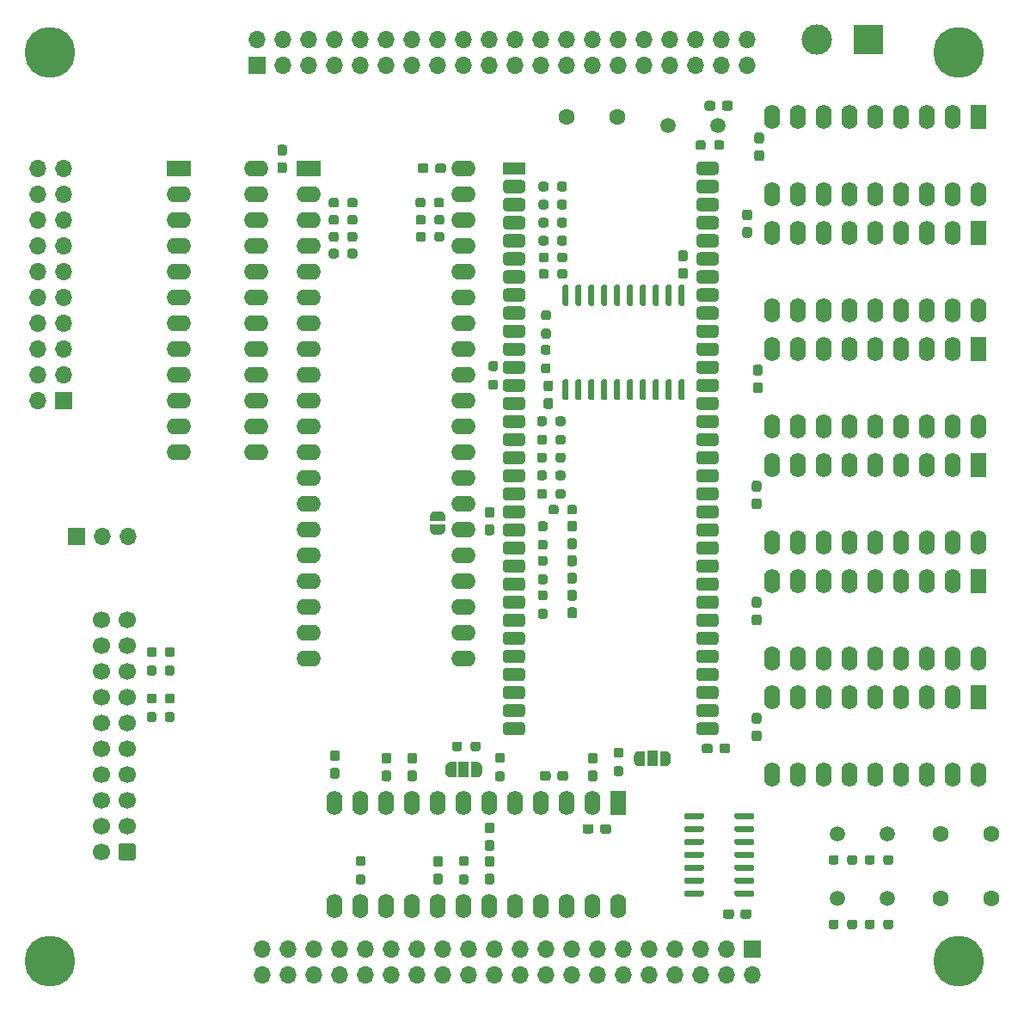
<source format=gbr>
G04 #@! TF.GenerationSoftware,KiCad,Pcbnew,(5.1.8)-1*
G04 #@! TF.CreationDate,2020-12-25T10:48:06+01:00*
G04 #@! TF.ProjectId,VDP-Composite,5644502d-436f-46d7-906f-736974652e6b,v1.0*
G04 #@! TF.SameCoordinates,Original*
G04 #@! TF.FileFunction,Soldermask,Bot*
G04 #@! TF.FilePolarity,Negative*
%FSLAX46Y46*%
G04 Gerber Fmt 4.6, Leading zero omitted, Abs format (unit mm)*
G04 Created by KiCad (PCBNEW (5.1.8)-1) date 2020-12-25 10:48:06*
%MOMM*%
%LPD*%
G01*
G04 APERTURE LIST*
%ADD10C,1.600000*%
%ADD11R,2.200000X1.300000*%
%ADD12R,1.600000X2.400000*%
%ADD13O,1.600000X2.400000*%
%ADD14C,5.000000*%
%ADD15R,1.700000X1.700000*%
%ADD16O,1.700000X1.700000*%
%ADD17R,3.000000X3.000000*%
%ADD18C,3.000000*%
%ADD19C,0.100000*%
%ADD20R,1.000000X1.500000*%
%ADD21C,1.700000*%
%ADD22R,2.400000X1.600000*%
%ADD23O,2.400000X1.600000*%
%ADD24C,1.500000*%
G04 APERTURE END LIST*
D10*
X102365800Y-146075400D03*
X107365800Y-146075400D03*
D11*
X97155000Y-151130000D03*
G36*
G01*
X96055000Y-153235000D02*
X96055000Y-152585000D01*
G75*
G02*
X96380000Y-152260000I325000J0D01*
G01*
X97930000Y-152260000D01*
G75*
G02*
X98255000Y-152585000I0J-325000D01*
G01*
X98255000Y-153235000D01*
G75*
G02*
X97930000Y-153560000I-325000J0D01*
G01*
X96380000Y-153560000D01*
G75*
G02*
X96055000Y-153235000I0J325000D01*
G01*
G37*
G36*
G01*
X96055000Y-155015000D02*
X96055000Y-154365000D01*
G75*
G02*
X96380000Y-154040000I325000J0D01*
G01*
X97930000Y-154040000D01*
G75*
G02*
X98255000Y-154365000I0J-325000D01*
G01*
X98255000Y-155015000D01*
G75*
G02*
X97930000Y-155340000I-325000J0D01*
G01*
X96380000Y-155340000D01*
G75*
G02*
X96055000Y-155015000I0J325000D01*
G01*
G37*
G36*
G01*
X96055000Y-156795000D02*
X96055000Y-156145000D01*
G75*
G02*
X96380000Y-155820000I325000J0D01*
G01*
X97930000Y-155820000D01*
G75*
G02*
X98255000Y-156145000I0J-325000D01*
G01*
X98255000Y-156795000D01*
G75*
G02*
X97930000Y-157120000I-325000J0D01*
G01*
X96380000Y-157120000D01*
G75*
G02*
X96055000Y-156795000I0J325000D01*
G01*
G37*
G36*
G01*
X96055000Y-158575000D02*
X96055000Y-157925000D01*
G75*
G02*
X96380000Y-157600000I325000J0D01*
G01*
X97930000Y-157600000D01*
G75*
G02*
X98255000Y-157925000I0J-325000D01*
G01*
X98255000Y-158575000D01*
G75*
G02*
X97930000Y-158900000I-325000J0D01*
G01*
X96380000Y-158900000D01*
G75*
G02*
X96055000Y-158575000I0J325000D01*
G01*
G37*
G36*
G01*
X96055000Y-160355000D02*
X96055000Y-159705000D01*
G75*
G02*
X96380000Y-159380000I325000J0D01*
G01*
X97930000Y-159380000D01*
G75*
G02*
X98255000Y-159705000I0J-325000D01*
G01*
X98255000Y-160355000D01*
G75*
G02*
X97930000Y-160680000I-325000J0D01*
G01*
X96380000Y-160680000D01*
G75*
G02*
X96055000Y-160355000I0J325000D01*
G01*
G37*
G36*
G01*
X96055000Y-162135000D02*
X96055000Y-161485000D01*
G75*
G02*
X96380000Y-161160000I325000J0D01*
G01*
X97930000Y-161160000D01*
G75*
G02*
X98255000Y-161485000I0J-325000D01*
G01*
X98255000Y-162135000D01*
G75*
G02*
X97930000Y-162460000I-325000J0D01*
G01*
X96380000Y-162460000D01*
G75*
G02*
X96055000Y-162135000I0J325000D01*
G01*
G37*
G36*
G01*
X96055000Y-163915000D02*
X96055000Y-163265000D01*
G75*
G02*
X96380000Y-162940000I325000J0D01*
G01*
X97930000Y-162940000D01*
G75*
G02*
X98255000Y-163265000I0J-325000D01*
G01*
X98255000Y-163915000D01*
G75*
G02*
X97930000Y-164240000I-325000J0D01*
G01*
X96380000Y-164240000D01*
G75*
G02*
X96055000Y-163915000I0J325000D01*
G01*
G37*
G36*
G01*
X96055000Y-165695000D02*
X96055000Y-165045000D01*
G75*
G02*
X96380000Y-164720000I325000J0D01*
G01*
X97930000Y-164720000D01*
G75*
G02*
X98255000Y-165045000I0J-325000D01*
G01*
X98255000Y-165695000D01*
G75*
G02*
X97930000Y-166020000I-325000J0D01*
G01*
X96380000Y-166020000D01*
G75*
G02*
X96055000Y-165695000I0J325000D01*
G01*
G37*
G36*
G01*
X96055000Y-167475000D02*
X96055000Y-166825000D01*
G75*
G02*
X96380000Y-166500000I325000J0D01*
G01*
X97930000Y-166500000D01*
G75*
G02*
X98255000Y-166825000I0J-325000D01*
G01*
X98255000Y-167475000D01*
G75*
G02*
X97930000Y-167800000I-325000J0D01*
G01*
X96380000Y-167800000D01*
G75*
G02*
X96055000Y-167475000I0J325000D01*
G01*
G37*
G36*
G01*
X96055000Y-169255000D02*
X96055000Y-168605000D01*
G75*
G02*
X96380000Y-168280000I325000J0D01*
G01*
X97930000Y-168280000D01*
G75*
G02*
X98255000Y-168605000I0J-325000D01*
G01*
X98255000Y-169255000D01*
G75*
G02*
X97930000Y-169580000I-325000J0D01*
G01*
X96380000Y-169580000D01*
G75*
G02*
X96055000Y-169255000I0J325000D01*
G01*
G37*
G36*
G01*
X96055000Y-171035000D02*
X96055000Y-170385000D01*
G75*
G02*
X96380000Y-170060000I325000J0D01*
G01*
X97930000Y-170060000D01*
G75*
G02*
X98255000Y-170385000I0J-325000D01*
G01*
X98255000Y-171035000D01*
G75*
G02*
X97930000Y-171360000I-325000J0D01*
G01*
X96380000Y-171360000D01*
G75*
G02*
X96055000Y-171035000I0J325000D01*
G01*
G37*
G36*
G01*
X96055000Y-172815000D02*
X96055000Y-172165000D01*
G75*
G02*
X96380000Y-171840000I325000J0D01*
G01*
X97930000Y-171840000D01*
G75*
G02*
X98255000Y-172165000I0J-325000D01*
G01*
X98255000Y-172815000D01*
G75*
G02*
X97930000Y-173140000I-325000J0D01*
G01*
X96380000Y-173140000D01*
G75*
G02*
X96055000Y-172815000I0J325000D01*
G01*
G37*
G36*
G01*
X96055000Y-174595000D02*
X96055000Y-173945000D01*
G75*
G02*
X96380000Y-173620000I325000J0D01*
G01*
X97930000Y-173620000D01*
G75*
G02*
X98255000Y-173945000I0J-325000D01*
G01*
X98255000Y-174595000D01*
G75*
G02*
X97930000Y-174920000I-325000J0D01*
G01*
X96380000Y-174920000D01*
G75*
G02*
X96055000Y-174595000I0J325000D01*
G01*
G37*
G36*
G01*
X96055000Y-176375000D02*
X96055000Y-175725000D01*
G75*
G02*
X96380000Y-175400000I325000J0D01*
G01*
X97930000Y-175400000D01*
G75*
G02*
X98255000Y-175725000I0J-325000D01*
G01*
X98255000Y-176375000D01*
G75*
G02*
X97930000Y-176700000I-325000J0D01*
G01*
X96380000Y-176700000D01*
G75*
G02*
X96055000Y-176375000I0J325000D01*
G01*
G37*
G36*
G01*
X96055000Y-178155000D02*
X96055000Y-177505000D01*
G75*
G02*
X96380000Y-177180000I325000J0D01*
G01*
X97930000Y-177180000D01*
G75*
G02*
X98255000Y-177505000I0J-325000D01*
G01*
X98255000Y-178155000D01*
G75*
G02*
X97930000Y-178480000I-325000J0D01*
G01*
X96380000Y-178480000D01*
G75*
G02*
X96055000Y-178155000I0J325000D01*
G01*
G37*
G36*
G01*
X96055000Y-179935000D02*
X96055000Y-179285000D01*
G75*
G02*
X96380000Y-178960000I325000J0D01*
G01*
X97930000Y-178960000D01*
G75*
G02*
X98255000Y-179285000I0J-325000D01*
G01*
X98255000Y-179935000D01*
G75*
G02*
X97930000Y-180260000I-325000J0D01*
G01*
X96380000Y-180260000D01*
G75*
G02*
X96055000Y-179935000I0J325000D01*
G01*
G37*
G36*
G01*
X96055000Y-181715000D02*
X96055000Y-181065000D01*
G75*
G02*
X96380000Y-180740000I325000J0D01*
G01*
X97930000Y-180740000D01*
G75*
G02*
X98255000Y-181065000I0J-325000D01*
G01*
X98255000Y-181715000D01*
G75*
G02*
X97930000Y-182040000I-325000J0D01*
G01*
X96380000Y-182040000D01*
G75*
G02*
X96055000Y-181715000I0J325000D01*
G01*
G37*
G36*
G01*
X96055000Y-183495000D02*
X96055000Y-182845000D01*
G75*
G02*
X96380000Y-182520000I325000J0D01*
G01*
X97930000Y-182520000D01*
G75*
G02*
X98255000Y-182845000I0J-325000D01*
G01*
X98255000Y-183495000D01*
G75*
G02*
X97930000Y-183820000I-325000J0D01*
G01*
X96380000Y-183820000D01*
G75*
G02*
X96055000Y-183495000I0J325000D01*
G01*
G37*
G36*
G01*
X96055000Y-185275000D02*
X96055000Y-184625000D01*
G75*
G02*
X96380000Y-184300000I325000J0D01*
G01*
X97930000Y-184300000D01*
G75*
G02*
X98255000Y-184625000I0J-325000D01*
G01*
X98255000Y-185275000D01*
G75*
G02*
X97930000Y-185600000I-325000J0D01*
G01*
X96380000Y-185600000D01*
G75*
G02*
X96055000Y-185275000I0J325000D01*
G01*
G37*
G36*
G01*
X96055000Y-187055000D02*
X96055000Y-186405000D01*
G75*
G02*
X96380000Y-186080000I325000J0D01*
G01*
X97930000Y-186080000D01*
G75*
G02*
X98255000Y-186405000I0J-325000D01*
G01*
X98255000Y-187055000D01*
G75*
G02*
X97930000Y-187380000I-325000J0D01*
G01*
X96380000Y-187380000D01*
G75*
G02*
X96055000Y-187055000I0J325000D01*
G01*
G37*
G36*
G01*
X96055000Y-188835000D02*
X96055000Y-188185000D01*
G75*
G02*
X96380000Y-187860000I325000J0D01*
G01*
X97930000Y-187860000D01*
G75*
G02*
X98255000Y-188185000I0J-325000D01*
G01*
X98255000Y-188835000D01*
G75*
G02*
X97930000Y-189160000I-325000J0D01*
G01*
X96380000Y-189160000D01*
G75*
G02*
X96055000Y-188835000I0J325000D01*
G01*
G37*
G36*
G01*
X96055000Y-190615000D02*
X96055000Y-189965000D01*
G75*
G02*
X96380000Y-189640000I325000J0D01*
G01*
X97930000Y-189640000D01*
G75*
G02*
X98255000Y-189965000I0J-325000D01*
G01*
X98255000Y-190615000D01*
G75*
G02*
X97930000Y-190940000I-325000J0D01*
G01*
X96380000Y-190940000D01*
G75*
G02*
X96055000Y-190615000I0J325000D01*
G01*
G37*
G36*
G01*
X96055000Y-192395000D02*
X96055000Y-191745000D01*
G75*
G02*
X96380000Y-191420000I325000J0D01*
G01*
X97930000Y-191420000D01*
G75*
G02*
X98255000Y-191745000I0J-325000D01*
G01*
X98255000Y-192395000D01*
G75*
G02*
X97930000Y-192720000I-325000J0D01*
G01*
X96380000Y-192720000D01*
G75*
G02*
X96055000Y-192395000I0J325000D01*
G01*
G37*
G36*
G01*
X96055000Y-194175000D02*
X96055000Y-193525000D01*
G75*
G02*
X96380000Y-193200000I325000J0D01*
G01*
X97930000Y-193200000D01*
G75*
G02*
X98255000Y-193525000I0J-325000D01*
G01*
X98255000Y-194175000D01*
G75*
G02*
X97930000Y-194500000I-325000J0D01*
G01*
X96380000Y-194500000D01*
G75*
G02*
X96055000Y-194175000I0J325000D01*
G01*
G37*
G36*
G01*
X96055000Y-195955000D02*
X96055000Y-195305000D01*
G75*
G02*
X96380000Y-194980000I325000J0D01*
G01*
X97930000Y-194980000D01*
G75*
G02*
X98255000Y-195305000I0J-325000D01*
G01*
X98255000Y-195955000D01*
G75*
G02*
X97930000Y-196280000I-325000J0D01*
G01*
X96380000Y-196280000D01*
G75*
G02*
X96055000Y-195955000I0J325000D01*
G01*
G37*
G36*
G01*
X96055000Y-197735000D02*
X96055000Y-197085000D01*
G75*
G02*
X96380000Y-196760000I325000J0D01*
G01*
X97930000Y-196760000D01*
G75*
G02*
X98255000Y-197085000I0J-325000D01*
G01*
X98255000Y-197735000D01*
G75*
G02*
X97930000Y-198060000I-325000J0D01*
G01*
X96380000Y-198060000D01*
G75*
G02*
X96055000Y-197735000I0J325000D01*
G01*
G37*
G36*
G01*
X96055000Y-199515000D02*
X96055000Y-198865000D01*
G75*
G02*
X96380000Y-198540000I325000J0D01*
G01*
X97930000Y-198540000D01*
G75*
G02*
X98255000Y-198865000I0J-325000D01*
G01*
X98255000Y-199515000D01*
G75*
G02*
X97930000Y-199840000I-325000J0D01*
G01*
X96380000Y-199840000D01*
G75*
G02*
X96055000Y-199515000I0J325000D01*
G01*
G37*
G36*
G01*
X96055000Y-201295000D02*
X96055000Y-200645000D01*
G75*
G02*
X96380000Y-200320000I325000J0D01*
G01*
X97930000Y-200320000D01*
G75*
G02*
X98255000Y-200645000I0J-325000D01*
G01*
X98255000Y-201295000D01*
G75*
G02*
X97930000Y-201620000I-325000J0D01*
G01*
X96380000Y-201620000D01*
G75*
G02*
X96055000Y-201295000I0J325000D01*
G01*
G37*
G36*
G01*
X96055000Y-203075000D02*
X96055000Y-202425000D01*
G75*
G02*
X96380000Y-202100000I325000J0D01*
G01*
X97930000Y-202100000D01*
G75*
G02*
X98255000Y-202425000I0J-325000D01*
G01*
X98255000Y-203075000D01*
G75*
G02*
X97930000Y-203400000I-325000J0D01*
G01*
X96380000Y-203400000D01*
G75*
G02*
X96055000Y-203075000I0J325000D01*
G01*
G37*
G36*
G01*
X96055000Y-204855000D02*
X96055000Y-204205000D01*
G75*
G02*
X96380000Y-203880000I325000J0D01*
G01*
X97930000Y-203880000D01*
G75*
G02*
X98255000Y-204205000I0J-325000D01*
G01*
X98255000Y-204855000D01*
G75*
G02*
X97930000Y-205180000I-325000J0D01*
G01*
X96380000Y-205180000D01*
G75*
G02*
X96055000Y-204855000I0J325000D01*
G01*
G37*
G36*
G01*
X96055000Y-206635000D02*
X96055000Y-205985000D01*
G75*
G02*
X96380000Y-205660000I325000J0D01*
G01*
X97930000Y-205660000D01*
G75*
G02*
X98255000Y-205985000I0J-325000D01*
G01*
X98255000Y-206635000D01*
G75*
G02*
X97930000Y-206960000I-325000J0D01*
G01*
X96380000Y-206960000D01*
G75*
G02*
X96055000Y-206635000I0J325000D01*
G01*
G37*
G36*
G01*
X115105000Y-151455000D02*
X115105000Y-150805000D01*
G75*
G02*
X115430000Y-150480000I325000J0D01*
G01*
X116980000Y-150480000D01*
G75*
G02*
X117305000Y-150805000I0J-325000D01*
G01*
X117305000Y-151455000D01*
G75*
G02*
X116980000Y-151780000I-325000J0D01*
G01*
X115430000Y-151780000D01*
G75*
G02*
X115105000Y-151455000I0J325000D01*
G01*
G37*
G36*
G01*
X115105000Y-153235000D02*
X115105000Y-152585000D01*
G75*
G02*
X115430000Y-152260000I325000J0D01*
G01*
X116980000Y-152260000D01*
G75*
G02*
X117305000Y-152585000I0J-325000D01*
G01*
X117305000Y-153235000D01*
G75*
G02*
X116980000Y-153560000I-325000J0D01*
G01*
X115430000Y-153560000D01*
G75*
G02*
X115105000Y-153235000I0J325000D01*
G01*
G37*
G36*
G01*
X115105000Y-155015000D02*
X115105000Y-154365000D01*
G75*
G02*
X115430000Y-154040000I325000J0D01*
G01*
X116980000Y-154040000D01*
G75*
G02*
X117305000Y-154365000I0J-325000D01*
G01*
X117305000Y-155015000D01*
G75*
G02*
X116980000Y-155340000I-325000J0D01*
G01*
X115430000Y-155340000D01*
G75*
G02*
X115105000Y-155015000I0J325000D01*
G01*
G37*
G36*
G01*
X115105000Y-156795000D02*
X115105000Y-156145000D01*
G75*
G02*
X115430000Y-155820000I325000J0D01*
G01*
X116980000Y-155820000D01*
G75*
G02*
X117305000Y-156145000I0J-325000D01*
G01*
X117305000Y-156795000D01*
G75*
G02*
X116980000Y-157120000I-325000J0D01*
G01*
X115430000Y-157120000D01*
G75*
G02*
X115105000Y-156795000I0J325000D01*
G01*
G37*
G36*
G01*
X115105000Y-158575000D02*
X115105000Y-157925000D01*
G75*
G02*
X115430000Y-157600000I325000J0D01*
G01*
X116980000Y-157600000D01*
G75*
G02*
X117305000Y-157925000I0J-325000D01*
G01*
X117305000Y-158575000D01*
G75*
G02*
X116980000Y-158900000I-325000J0D01*
G01*
X115430000Y-158900000D01*
G75*
G02*
X115105000Y-158575000I0J325000D01*
G01*
G37*
G36*
G01*
X115105000Y-160355000D02*
X115105000Y-159705000D01*
G75*
G02*
X115430000Y-159380000I325000J0D01*
G01*
X116980000Y-159380000D01*
G75*
G02*
X117305000Y-159705000I0J-325000D01*
G01*
X117305000Y-160355000D01*
G75*
G02*
X116980000Y-160680000I-325000J0D01*
G01*
X115430000Y-160680000D01*
G75*
G02*
X115105000Y-160355000I0J325000D01*
G01*
G37*
G36*
G01*
X115105000Y-162135000D02*
X115105000Y-161485000D01*
G75*
G02*
X115430000Y-161160000I325000J0D01*
G01*
X116980000Y-161160000D01*
G75*
G02*
X117305000Y-161485000I0J-325000D01*
G01*
X117305000Y-162135000D01*
G75*
G02*
X116980000Y-162460000I-325000J0D01*
G01*
X115430000Y-162460000D01*
G75*
G02*
X115105000Y-162135000I0J325000D01*
G01*
G37*
G36*
G01*
X115105000Y-163915000D02*
X115105000Y-163265000D01*
G75*
G02*
X115430000Y-162940000I325000J0D01*
G01*
X116980000Y-162940000D01*
G75*
G02*
X117305000Y-163265000I0J-325000D01*
G01*
X117305000Y-163915000D01*
G75*
G02*
X116980000Y-164240000I-325000J0D01*
G01*
X115430000Y-164240000D01*
G75*
G02*
X115105000Y-163915000I0J325000D01*
G01*
G37*
G36*
G01*
X115105000Y-165695000D02*
X115105000Y-165045000D01*
G75*
G02*
X115430000Y-164720000I325000J0D01*
G01*
X116980000Y-164720000D01*
G75*
G02*
X117305000Y-165045000I0J-325000D01*
G01*
X117305000Y-165695000D01*
G75*
G02*
X116980000Y-166020000I-325000J0D01*
G01*
X115430000Y-166020000D01*
G75*
G02*
X115105000Y-165695000I0J325000D01*
G01*
G37*
G36*
G01*
X115105000Y-167475000D02*
X115105000Y-166825000D01*
G75*
G02*
X115430000Y-166500000I325000J0D01*
G01*
X116980000Y-166500000D01*
G75*
G02*
X117305000Y-166825000I0J-325000D01*
G01*
X117305000Y-167475000D01*
G75*
G02*
X116980000Y-167800000I-325000J0D01*
G01*
X115430000Y-167800000D01*
G75*
G02*
X115105000Y-167475000I0J325000D01*
G01*
G37*
G36*
G01*
X115105000Y-169255000D02*
X115105000Y-168605000D01*
G75*
G02*
X115430000Y-168280000I325000J0D01*
G01*
X116980000Y-168280000D01*
G75*
G02*
X117305000Y-168605000I0J-325000D01*
G01*
X117305000Y-169255000D01*
G75*
G02*
X116980000Y-169580000I-325000J0D01*
G01*
X115430000Y-169580000D01*
G75*
G02*
X115105000Y-169255000I0J325000D01*
G01*
G37*
G36*
G01*
X115105000Y-171035000D02*
X115105000Y-170385000D01*
G75*
G02*
X115430000Y-170060000I325000J0D01*
G01*
X116980000Y-170060000D01*
G75*
G02*
X117305000Y-170385000I0J-325000D01*
G01*
X117305000Y-171035000D01*
G75*
G02*
X116980000Y-171360000I-325000J0D01*
G01*
X115430000Y-171360000D01*
G75*
G02*
X115105000Y-171035000I0J325000D01*
G01*
G37*
G36*
G01*
X115105000Y-172815000D02*
X115105000Y-172165000D01*
G75*
G02*
X115430000Y-171840000I325000J0D01*
G01*
X116980000Y-171840000D01*
G75*
G02*
X117305000Y-172165000I0J-325000D01*
G01*
X117305000Y-172815000D01*
G75*
G02*
X116980000Y-173140000I-325000J0D01*
G01*
X115430000Y-173140000D01*
G75*
G02*
X115105000Y-172815000I0J325000D01*
G01*
G37*
G36*
G01*
X115105000Y-174595000D02*
X115105000Y-173945000D01*
G75*
G02*
X115430000Y-173620000I325000J0D01*
G01*
X116980000Y-173620000D01*
G75*
G02*
X117305000Y-173945000I0J-325000D01*
G01*
X117305000Y-174595000D01*
G75*
G02*
X116980000Y-174920000I-325000J0D01*
G01*
X115430000Y-174920000D01*
G75*
G02*
X115105000Y-174595000I0J325000D01*
G01*
G37*
G36*
G01*
X115105000Y-176375000D02*
X115105000Y-175725000D01*
G75*
G02*
X115430000Y-175400000I325000J0D01*
G01*
X116980000Y-175400000D01*
G75*
G02*
X117305000Y-175725000I0J-325000D01*
G01*
X117305000Y-176375000D01*
G75*
G02*
X116980000Y-176700000I-325000J0D01*
G01*
X115430000Y-176700000D01*
G75*
G02*
X115105000Y-176375000I0J325000D01*
G01*
G37*
G36*
G01*
X115105000Y-178155000D02*
X115105000Y-177505000D01*
G75*
G02*
X115430000Y-177180000I325000J0D01*
G01*
X116980000Y-177180000D01*
G75*
G02*
X117305000Y-177505000I0J-325000D01*
G01*
X117305000Y-178155000D01*
G75*
G02*
X116980000Y-178480000I-325000J0D01*
G01*
X115430000Y-178480000D01*
G75*
G02*
X115105000Y-178155000I0J325000D01*
G01*
G37*
G36*
G01*
X115105000Y-179935000D02*
X115105000Y-179285000D01*
G75*
G02*
X115430000Y-178960000I325000J0D01*
G01*
X116980000Y-178960000D01*
G75*
G02*
X117305000Y-179285000I0J-325000D01*
G01*
X117305000Y-179935000D01*
G75*
G02*
X116980000Y-180260000I-325000J0D01*
G01*
X115430000Y-180260000D01*
G75*
G02*
X115105000Y-179935000I0J325000D01*
G01*
G37*
G36*
G01*
X115105000Y-181715000D02*
X115105000Y-181065000D01*
G75*
G02*
X115430000Y-180740000I325000J0D01*
G01*
X116980000Y-180740000D01*
G75*
G02*
X117305000Y-181065000I0J-325000D01*
G01*
X117305000Y-181715000D01*
G75*
G02*
X116980000Y-182040000I-325000J0D01*
G01*
X115430000Y-182040000D01*
G75*
G02*
X115105000Y-181715000I0J325000D01*
G01*
G37*
G36*
G01*
X115105000Y-183495000D02*
X115105000Y-182845000D01*
G75*
G02*
X115430000Y-182520000I325000J0D01*
G01*
X116980000Y-182520000D01*
G75*
G02*
X117305000Y-182845000I0J-325000D01*
G01*
X117305000Y-183495000D01*
G75*
G02*
X116980000Y-183820000I-325000J0D01*
G01*
X115430000Y-183820000D01*
G75*
G02*
X115105000Y-183495000I0J325000D01*
G01*
G37*
G36*
G01*
X115105000Y-185275000D02*
X115105000Y-184625000D01*
G75*
G02*
X115430000Y-184300000I325000J0D01*
G01*
X116980000Y-184300000D01*
G75*
G02*
X117305000Y-184625000I0J-325000D01*
G01*
X117305000Y-185275000D01*
G75*
G02*
X116980000Y-185600000I-325000J0D01*
G01*
X115430000Y-185600000D01*
G75*
G02*
X115105000Y-185275000I0J325000D01*
G01*
G37*
G36*
G01*
X115105000Y-187055000D02*
X115105000Y-186405000D01*
G75*
G02*
X115430000Y-186080000I325000J0D01*
G01*
X116980000Y-186080000D01*
G75*
G02*
X117305000Y-186405000I0J-325000D01*
G01*
X117305000Y-187055000D01*
G75*
G02*
X116980000Y-187380000I-325000J0D01*
G01*
X115430000Y-187380000D01*
G75*
G02*
X115105000Y-187055000I0J325000D01*
G01*
G37*
G36*
G01*
X115105000Y-188835000D02*
X115105000Y-188185000D01*
G75*
G02*
X115430000Y-187860000I325000J0D01*
G01*
X116980000Y-187860000D01*
G75*
G02*
X117305000Y-188185000I0J-325000D01*
G01*
X117305000Y-188835000D01*
G75*
G02*
X116980000Y-189160000I-325000J0D01*
G01*
X115430000Y-189160000D01*
G75*
G02*
X115105000Y-188835000I0J325000D01*
G01*
G37*
G36*
G01*
X115105000Y-190615000D02*
X115105000Y-189965000D01*
G75*
G02*
X115430000Y-189640000I325000J0D01*
G01*
X116980000Y-189640000D01*
G75*
G02*
X117305000Y-189965000I0J-325000D01*
G01*
X117305000Y-190615000D01*
G75*
G02*
X116980000Y-190940000I-325000J0D01*
G01*
X115430000Y-190940000D01*
G75*
G02*
X115105000Y-190615000I0J325000D01*
G01*
G37*
G36*
G01*
X115105000Y-192395000D02*
X115105000Y-191745000D01*
G75*
G02*
X115430000Y-191420000I325000J0D01*
G01*
X116980000Y-191420000D01*
G75*
G02*
X117305000Y-191745000I0J-325000D01*
G01*
X117305000Y-192395000D01*
G75*
G02*
X116980000Y-192720000I-325000J0D01*
G01*
X115430000Y-192720000D01*
G75*
G02*
X115105000Y-192395000I0J325000D01*
G01*
G37*
G36*
G01*
X115105000Y-194175000D02*
X115105000Y-193525000D01*
G75*
G02*
X115430000Y-193200000I325000J0D01*
G01*
X116980000Y-193200000D01*
G75*
G02*
X117305000Y-193525000I0J-325000D01*
G01*
X117305000Y-194175000D01*
G75*
G02*
X116980000Y-194500000I-325000J0D01*
G01*
X115430000Y-194500000D01*
G75*
G02*
X115105000Y-194175000I0J325000D01*
G01*
G37*
G36*
G01*
X115105000Y-195955000D02*
X115105000Y-195305000D01*
G75*
G02*
X115430000Y-194980000I325000J0D01*
G01*
X116980000Y-194980000D01*
G75*
G02*
X117305000Y-195305000I0J-325000D01*
G01*
X117305000Y-195955000D01*
G75*
G02*
X116980000Y-196280000I-325000J0D01*
G01*
X115430000Y-196280000D01*
G75*
G02*
X115105000Y-195955000I0J325000D01*
G01*
G37*
G36*
G01*
X115105000Y-197735000D02*
X115105000Y-197085000D01*
G75*
G02*
X115430000Y-196760000I325000J0D01*
G01*
X116980000Y-196760000D01*
G75*
G02*
X117305000Y-197085000I0J-325000D01*
G01*
X117305000Y-197735000D01*
G75*
G02*
X116980000Y-198060000I-325000J0D01*
G01*
X115430000Y-198060000D01*
G75*
G02*
X115105000Y-197735000I0J325000D01*
G01*
G37*
G36*
G01*
X115105000Y-199515000D02*
X115105000Y-198865000D01*
G75*
G02*
X115430000Y-198540000I325000J0D01*
G01*
X116980000Y-198540000D01*
G75*
G02*
X117305000Y-198865000I0J-325000D01*
G01*
X117305000Y-199515000D01*
G75*
G02*
X116980000Y-199840000I-325000J0D01*
G01*
X115430000Y-199840000D01*
G75*
G02*
X115105000Y-199515000I0J325000D01*
G01*
G37*
G36*
G01*
X115105000Y-201295000D02*
X115105000Y-200645000D01*
G75*
G02*
X115430000Y-200320000I325000J0D01*
G01*
X116980000Y-200320000D01*
G75*
G02*
X117305000Y-200645000I0J-325000D01*
G01*
X117305000Y-201295000D01*
G75*
G02*
X116980000Y-201620000I-325000J0D01*
G01*
X115430000Y-201620000D01*
G75*
G02*
X115105000Y-201295000I0J325000D01*
G01*
G37*
G36*
G01*
X115105000Y-203075000D02*
X115105000Y-202425000D01*
G75*
G02*
X115430000Y-202100000I325000J0D01*
G01*
X116980000Y-202100000D01*
G75*
G02*
X117305000Y-202425000I0J-325000D01*
G01*
X117305000Y-203075000D01*
G75*
G02*
X116980000Y-203400000I-325000J0D01*
G01*
X115430000Y-203400000D01*
G75*
G02*
X115105000Y-203075000I0J325000D01*
G01*
G37*
G36*
G01*
X115105000Y-204855000D02*
X115105000Y-204205000D01*
G75*
G02*
X115430000Y-203880000I325000J0D01*
G01*
X116980000Y-203880000D01*
G75*
G02*
X117305000Y-204205000I0J-325000D01*
G01*
X117305000Y-204855000D01*
G75*
G02*
X116980000Y-205180000I-325000J0D01*
G01*
X115430000Y-205180000D01*
G75*
G02*
X115105000Y-204855000I0J325000D01*
G01*
G37*
G36*
G01*
X115105000Y-206635000D02*
X115105000Y-205985000D01*
G75*
G02*
X115430000Y-205660000I325000J0D01*
G01*
X116980000Y-205660000D01*
G75*
G02*
X117305000Y-205985000I0J-325000D01*
G01*
X117305000Y-206635000D01*
G75*
G02*
X116980000Y-206960000I-325000J0D01*
G01*
X115430000Y-206960000D01*
G75*
G02*
X115105000Y-206635000I0J325000D01*
G01*
G37*
D12*
X142875000Y-146050000D03*
D13*
X122555000Y-153670000D03*
X140335000Y-146050000D03*
X125095000Y-153670000D03*
X137795000Y-146050000D03*
X127635000Y-153670000D03*
X135255000Y-146050000D03*
X130175000Y-153670000D03*
X132715000Y-146050000D03*
X132715000Y-153670000D03*
X130175000Y-146050000D03*
X135255000Y-153670000D03*
X127635000Y-146050000D03*
X137795000Y-153670000D03*
X125095000Y-146050000D03*
X140335000Y-153670000D03*
X122555000Y-146050000D03*
X142875000Y-153670000D03*
X142875000Y-165100000D03*
X122555000Y-157480000D03*
X140335000Y-165100000D03*
X125095000Y-157480000D03*
X137795000Y-165100000D03*
X127635000Y-157480000D03*
X135255000Y-165100000D03*
X130175000Y-157480000D03*
X132715000Y-165100000D03*
X132715000Y-157480000D03*
X130175000Y-165100000D03*
X135255000Y-157480000D03*
X127635000Y-165100000D03*
X137795000Y-157480000D03*
X125095000Y-165100000D03*
X140335000Y-157480000D03*
X122555000Y-165100000D03*
D12*
X142875000Y-157480000D03*
D13*
X142875000Y-187960000D03*
X122555000Y-180340000D03*
X140335000Y-187960000D03*
X125095000Y-180340000D03*
X137795000Y-187960000D03*
X127635000Y-180340000D03*
X135255000Y-187960000D03*
X130175000Y-180340000D03*
X132715000Y-187960000D03*
X132715000Y-180340000D03*
X130175000Y-187960000D03*
X135255000Y-180340000D03*
X127635000Y-187960000D03*
X137795000Y-180340000D03*
X125095000Y-187960000D03*
X140335000Y-180340000D03*
X122555000Y-187960000D03*
D12*
X142875000Y-180340000D03*
D13*
X142875000Y-210820000D03*
X122555000Y-203200000D03*
X140335000Y-210820000D03*
X125095000Y-203200000D03*
X137795000Y-210820000D03*
X127635000Y-203200000D03*
X135255000Y-210820000D03*
X130175000Y-203200000D03*
X132715000Y-210820000D03*
X132715000Y-203200000D03*
X130175000Y-210820000D03*
X135255000Y-203200000D03*
X127635000Y-210820000D03*
X137795000Y-203200000D03*
X125095000Y-210820000D03*
X140335000Y-203200000D03*
X122555000Y-210820000D03*
D12*
X142875000Y-203200000D03*
D14*
X140970000Y-139700000D03*
X51435000Y-139700000D03*
X140970000Y-229235000D03*
X51435000Y-229235000D03*
D15*
X120600000Y-228000000D03*
D16*
X120600000Y-230540000D03*
X118060000Y-228000000D03*
X118060000Y-230540000D03*
X115520000Y-228000000D03*
X115520000Y-230540000D03*
X112980000Y-228000000D03*
X112980000Y-230540000D03*
X110440000Y-228000000D03*
X110440000Y-230540000D03*
X107900000Y-228000000D03*
X107900000Y-230540000D03*
X105360000Y-228000000D03*
X105360000Y-230540000D03*
X102820000Y-228000000D03*
X102820000Y-230540000D03*
X100280000Y-228000000D03*
X100280000Y-230540000D03*
X97740000Y-228000000D03*
X97740000Y-230540000D03*
X95200000Y-228000000D03*
X95200000Y-230540000D03*
X92660000Y-228000000D03*
X92660000Y-230540000D03*
X90120000Y-228000000D03*
X90120000Y-230540000D03*
X87580000Y-228000000D03*
X87580000Y-230540000D03*
X85040000Y-228000000D03*
X85040000Y-230540000D03*
X82500000Y-228000000D03*
X82500000Y-230540000D03*
X79960000Y-228000000D03*
X79960000Y-230540000D03*
X77420000Y-228000000D03*
X77420000Y-230540000D03*
X74880000Y-228000000D03*
X74880000Y-230540000D03*
X72340000Y-228000000D03*
X72340000Y-230540000D03*
D17*
X132080000Y-138430000D03*
D18*
X127000000Y-138430000D03*
D12*
X142875000Y-168910000D03*
D13*
X122555000Y-176530000D03*
X140335000Y-168910000D03*
X125095000Y-176530000D03*
X137795000Y-168910000D03*
X127635000Y-176530000D03*
X135255000Y-168910000D03*
X130175000Y-176530000D03*
X132715000Y-168910000D03*
X132715000Y-176530000D03*
X130175000Y-168910000D03*
X135255000Y-176530000D03*
X127635000Y-168910000D03*
X137795000Y-176530000D03*
X125095000Y-168910000D03*
X140335000Y-176530000D03*
X122555000Y-168910000D03*
X142875000Y-176530000D03*
D12*
X142875000Y-191770000D03*
D13*
X122555000Y-199390000D03*
X140335000Y-191770000D03*
X125095000Y-199390000D03*
X137795000Y-191770000D03*
X127635000Y-199390000D03*
X135255000Y-191770000D03*
X130175000Y-199390000D03*
X132715000Y-191770000D03*
X132715000Y-199390000D03*
X130175000Y-191770000D03*
X135255000Y-199390000D03*
X127635000Y-191770000D03*
X137795000Y-199390000D03*
X125095000Y-191770000D03*
X140335000Y-199390000D03*
X122555000Y-191770000D03*
X142875000Y-199390000D03*
D15*
X71882000Y-140970000D03*
D16*
X71882000Y-138430000D03*
X74422000Y-140970000D03*
X74422000Y-138430000D03*
X76962000Y-140970000D03*
X76962000Y-138430000D03*
X79502000Y-140970000D03*
X79502000Y-138430000D03*
X82042000Y-140970000D03*
X82042000Y-138430000D03*
X84582000Y-140970000D03*
X84582000Y-138430000D03*
X87122000Y-140970000D03*
X87122000Y-138430000D03*
X89662000Y-140970000D03*
X89662000Y-138430000D03*
X92202000Y-140970000D03*
X92202000Y-138430000D03*
X94742000Y-140970000D03*
X94742000Y-138430000D03*
X97282000Y-140970000D03*
X97282000Y-138430000D03*
X99822000Y-140970000D03*
X99822000Y-138430000D03*
X102362000Y-140970000D03*
X102362000Y-138430000D03*
X104902000Y-140970000D03*
X104902000Y-138430000D03*
X107442000Y-140970000D03*
X107442000Y-138430000D03*
X109982000Y-140970000D03*
X109982000Y-138430000D03*
X112522000Y-140970000D03*
X112522000Y-138430000D03*
X115062000Y-140970000D03*
X115062000Y-138430000D03*
X117602000Y-140970000D03*
X117602000Y-138430000D03*
X120142000Y-140970000D03*
X120142000Y-138430000D03*
D19*
G36*
X91452000Y-211087400D02*
G01*
X90902000Y-211087400D01*
X90902000Y-211086798D01*
X90877466Y-211086798D01*
X90828635Y-211081988D01*
X90780510Y-211072416D01*
X90733555Y-211058172D01*
X90688222Y-211039395D01*
X90644949Y-211016264D01*
X90604150Y-210989004D01*
X90566221Y-210957876D01*
X90531524Y-210923179D01*
X90500396Y-210885250D01*
X90473136Y-210844451D01*
X90450005Y-210801178D01*
X90431228Y-210755845D01*
X90416984Y-210708890D01*
X90407412Y-210660765D01*
X90402602Y-210611934D01*
X90402602Y-210587400D01*
X90402000Y-210587400D01*
X90402000Y-210087400D01*
X90402602Y-210087400D01*
X90402602Y-210062866D01*
X90407412Y-210014035D01*
X90416984Y-209965910D01*
X90431228Y-209918955D01*
X90450005Y-209873622D01*
X90473136Y-209830349D01*
X90500396Y-209789550D01*
X90531524Y-209751621D01*
X90566221Y-209716924D01*
X90604150Y-209685796D01*
X90644949Y-209658536D01*
X90688222Y-209635405D01*
X90733555Y-209616628D01*
X90780510Y-209602384D01*
X90828635Y-209592812D01*
X90877466Y-209588002D01*
X90902000Y-209588002D01*
X90902000Y-209587400D01*
X91452000Y-209587400D01*
X91452000Y-211087400D01*
G37*
G36*
X93502000Y-209588002D02*
G01*
X93526534Y-209588002D01*
X93575365Y-209592812D01*
X93623490Y-209602384D01*
X93670445Y-209616628D01*
X93715778Y-209635405D01*
X93759051Y-209658536D01*
X93799850Y-209685796D01*
X93837779Y-209716924D01*
X93872476Y-209751621D01*
X93903604Y-209789550D01*
X93930864Y-209830349D01*
X93953995Y-209873622D01*
X93972772Y-209918955D01*
X93987016Y-209965910D01*
X93996588Y-210014035D01*
X94001398Y-210062866D01*
X94001398Y-210087400D01*
X94002000Y-210087400D01*
X94002000Y-210587400D01*
X94001398Y-210587400D01*
X94001398Y-210611934D01*
X93996588Y-210660765D01*
X93987016Y-210708890D01*
X93972772Y-210755845D01*
X93953995Y-210801178D01*
X93930864Y-210844451D01*
X93903604Y-210885250D01*
X93872476Y-210923179D01*
X93837779Y-210957876D01*
X93799850Y-210989004D01*
X93759051Y-211016264D01*
X93715778Y-211039395D01*
X93670445Y-211058172D01*
X93623490Y-211072416D01*
X93575365Y-211081988D01*
X93526534Y-211086798D01*
X93502000Y-211086798D01*
X93502000Y-211087400D01*
X92952000Y-211087400D01*
X92952000Y-209587400D01*
X93502000Y-209587400D01*
X93502000Y-209588002D01*
G37*
D20*
X92202000Y-210337400D03*
X110769400Y-209245200D03*
D19*
G36*
X109469400Y-209994598D02*
G01*
X109444866Y-209994598D01*
X109396035Y-209989788D01*
X109347910Y-209980216D01*
X109300955Y-209965972D01*
X109255622Y-209947195D01*
X109212349Y-209924064D01*
X109171550Y-209896804D01*
X109133621Y-209865676D01*
X109098924Y-209830979D01*
X109067796Y-209793050D01*
X109040536Y-209752251D01*
X109017405Y-209708978D01*
X108998628Y-209663645D01*
X108984384Y-209616690D01*
X108974812Y-209568565D01*
X108970002Y-209519734D01*
X108970002Y-209495200D01*
X108969400Y-209495200D01*
X108969400Y-208995200D01*
X108970002Y-208995200D01*
X108970002Y-208970666D01*
X108974812Y-208921835D01*
X108984384Y-208873710D01*
X108998628Y-208826755D01*
X109017405Y-208781422D01*
X109040536Y-208738149D01*
X109067796Y-208697350D01*
X109098924Y-208659421D01*
X109133621Y-208624724D01*
X109171550Y-208593596D01*
X109212349Y-208566336D01*
X109255622Y-208543205D01*
X109300955Y-208524428D01*
X109347910Y-208510184D01*
X109396035Y-208500612D01*
X109444866Y-208495802D01*
X109469400Y-208495802D01*
X109469400Y-208495200D01*
X110019400Y-208495200D01*
X110019400Y-209995200D01*
X109469400Y-209995200D01*
X109469400Y-209994598D01*
G37*
G36*
X111519400Y-208495200D02*
G01*
X112069400Y-208495200D01*
X112069400Y-208495802D01*
X112093934Y-208495802D01*
X112142765Y-208500612D01*
X112190890Y-208510184D01*
X112237845Y-208524428D01*
X112283178Y-208543205D01*
X112326451Y-208566336D01*
X112367250Y-208593596D01*
X112405179Y-208624724D01*
X112439876Y-208659421D01*
X112471004Y-208697350D01*
X112498264Y-208738149D01*
X112521395Y-208781422D01*
X112540172Y-208826755D01*
X112554416Y-208873710D01*
X112563988Y-208921835D01*
X112568798Y-208970666D01*
X112568798Y-208995200D01*
X112569400Y-208995200D01*
X112569400Y-209495200D01*
X112568798Y-209495200D01*
X112568798Y-209519734D01*
X112563988Y-209568565D01*
X112554416Y-209616690D01*
X112540172Y-209663645D01*
X112521395Y-209708978D01*
X112498264Y-209752251D01*
X112471004Y-209793050D01*
X112439876Y-209830979D01*
X112405179Y-209865676D01*
X112367250Y-209896804D01*
X112326451Y-209924064D01*
X112283178Y-209947195D01*
X112237845Y-209965972D01*
X112190890Y-209980216D01*
X112142765Y-209989788D01*
X112093934Y-209994598D01*
X112069400Y-209994598D01*
X112069400Y-209995200D01*
X111519400Y-209995200D01*
X111519400Y-208495200D01*
G37*
G36*
G01*
X59905000Y-217840000D02*
X59905000Y-219040000D01*
G75*
G02*
X59655000Y-219290000I-250000J0D01*
G01*
X58455000Y-219290000D01*
G75*
G02*
X58205000Y-219040000I0J250000D01*
G01*
X58205000Y-217840000D01*
G75*
G02*
X58455000Y-217590000I250000J0D01*
G01*
X59655000Y-217590000D01*
G75*
G02*
X59905000Y-217840000I0J-250000D01*
G01*
G37*
D21*
X59055000Y-215900000D03*
X59055000Y-213360000D03*
X59055000Y-210820000D03*
X59055000Y-208280000D03*
X59055000Y-205740000D03*
X59055000Y-203200000D03*
X59055000Y-200660000D03*
X59055000Y-198120000D03*
X59055000Y-195580000D03*
X56515000Y-218440000D03*
X56515000Y-215900000D03*
X56515000Y-213360000D03*
X56515000Y-210820000D03*
X56515000Y-208280000D03*
X56515000Y-205740000D03*
X56515000Y-203200000D03*
X56515000Y-200660000D03*
X56515000Y-198120000D03*
X56515000Y-195580000D03*
D22*
X64135000Y-151130000D03*
D23*
X71755000Y-179070000D03*
X64135000Y-153670000D03*
X71755000Y-176530000D03*
X64135000Y-156210000D03*
X71755000Y-173990000D03*
X64135000Y-158750000D03*
X71755000Y-171450000D03*
X64135000Y-161290000D03*
X71755000Y-168910000D03*
X64135000Y-163830000D03*
X71755000Y-166370000D03*
X64135000Y-166370000D03*
X71755000Y-163830000D03*
X64135000Y-168910000D03*
X71755000Y-161290000D03*
X64135000Y-171450000D03*
X71755000Y-158750000D03*
X64135000Y-173990000D03*
X71755000Y-156210000D03*
X64135000Y-176530000D03*
X71755000Y-153670000D03*
X64135000Y-179070000D03*
X71755000Y-151130000D03*
D12*
X107442000Y-213639400D03*
D13*
X79502000Y-223799400D03*
X104902000Y-213639400D03*
X82042000Y-223799400D03*
X102362000Y-213639400D03*
X84582000Y-223799400D03*
X99822000Y-213639400D03*
X87122000Y-223799400D03*
X97282000Y-213639400D03*
X89662000Y-223799400D03*
X94742000Y-213639400D03*
X92202000Y-223799400D03*
X92202000Y-213639400D03*
X94742000Y-223799400D03*
X89662000Y-213639400D03*
X97282000Y-223799400D03*
X87122000Y-213639400D03*
X99822000Y-223799400D03*
X84582000Y-213639400D03*
X102362000Y-223799400D03*
X82042000Y-213639400D03*
X104902000Y-223799400D03*
X79502000Y-213639400D03*
X107442000Y-223799400D03*
D15*
X52832000Y-174015400D03*
D16*
X50292000Y-174015400D03*
X52832000Y-171475400D03*
X50292000Y-171475400D03*
X52832000Y-168935400D03*
X50292000Y-168935400D03*
X52832000Y-166395400D03*
X50292000Y-166395400D03*
X52832000Y-163855400D03*
X50292000Y-163855400D03*
X52832000Y-161315400D03*
X50292000Y-161315400D03*
X52832000Y-158775400D03*
X50292000Y-158775400D03*
X52832000Y-156235400D03*
X50292000Y-156235400D03*
X52832000Y-153695400D03*
X50292000Y-153695400D03*
X52832000Y-151155400D03*
X50292000Y-151155400D03*
D19*
G36*
X88886600Y-185879600D02*
G01*
X88886600Y-185379600D01*
X88887202Y-185379600D01*
X88887202Y-185355066D01*
X88892012Y-185306235D01*
X88901584Y-185258110D01*
X88915828Y-185211155D01*
X88934605Y-185165822D01*
X88957736Y-185122549D01*
X88984996Y-185081750D01*
X89016124Y-185043821D01*
X89050821Y-185009124D01*
X89088750Y-184977996D01*
X89129549Y-184950736D01*
X89172822Y-184927605D01*
X89218155Y-184908828D01*
X89265110Y-184894584D01*
X89313235Y-184885012D01*
X89362066Y-184880202D01*
X89386600Y-184880202D01*
X89386600Y-184879600D01*
X89886600Y-184879600D01*
X89886600Y-184880202D01*
X89911134Y-184880202D01*
X89959965Y-184885012D01*
X90008090Y-184894584D01*
X90055045Y-184908828D01*
X90100378Y-184927605D01*
X90143651Y-184950736D01*
X90184450Y-184977996D01*
X90222379Y-185009124D01*
X90257076Y-185043821D01*
X90288204Y-185081750D01*
X90315464Y-185122549D01*
X90338595Y-185165822D01*
X90357372Y-185211155D01*
X90371616Y-185258110D01*
X90381188Y-185306235D01*
X90385998Y-185355066D01*
X90385998Y-185379600D01*
X90386600Y-185379600D01*
X90386600Y-185879600D01*
X88886600Y-185879600D01*
G37*
G36*
X90385998Y-186679600D02*
G01*
X90385998Y-186704134D01*
X90381188Y-186752965D01*
X90371616Y-186801090D01*
X90357372Y-186848045D01*
X90338595Y-186893378D01*
X90315464Y-186936651D01*
X90288204Y-186977450D01*
X90257076Y-187015379D01*
X90222379Y-187050076D01*
X90184450Y-187081204D01*
X90143651Y-187108464D01*
X90100378Y-187131595D01*
X90055045Y-187150372D01*
X90008090Y-187164616D01*
X89959965Y-187174188D01*
X89911134Y-187178998D01*
X89886600Y-187178998D01*
X89886600Y-187179600D01*
X89386600Y-187179600D01*
X89386600Y-187178998D01*
X89362066Y-187178998D01*
X89313235Y-187174188D01*
X89265110Y-187164616D01*
X89218155Y-187150372D01*
X89172822Y-187131595D01*
X89129549Y-187108464D01*
X89088750Y-187081204D01*
X89050821Y-187050076D01*
X89016124Y-187015379D01*
X88984996Y-186977450D01*
X88957736Y-186936651D01*
X88934605Y-186893378D01*
X88915828Y-186848045D01*
X88901584Y-186801090D01*
X88892012Y-186752965D01*
X88887202Y-186704134D01*
X88887202Y-186679600D01*
X88886600Y-186679600D01*
X88886600Y-186179600D01*
X90386600Y-186179600D01*
X90386600Y-186679600D01*
X90385998Y-186679600D01*
G37*
G36*
G01*
X74082900Y-148790200D02*
X74557900Y-148790200D01*
G75*
G02*
X74795400Y-149027700I0J-237500D01*
G01*
X74795400Y-149627700D01*
G75*
G02*
X74557900Y-149865200I-237500J0D01*
G01*
X74082900Y-149865200D01*
G75*
G02*
X73845400Y-149627700I0J237500D01*
G01*
X73845400Y-149027700D01*
G75*
G02*
X74082900Y-148790200I237500J0D01*
G01*
G37*
G36*
G01*
X74082900Y-150515200D02*
X74557900Y-150515200D01*
G75*
G02*
X74795400Y-150752700I0J-237500D01*
G01*
X74795400Y-151352700D01*
G75*
G02*
X74557900Y-151590200I-237500J0D01*
G01*
X74082900Y-151590200D01*
G75*
G02*
X73845400Y-151352700I0J237500D01*
G01*
X73845400Y-150752700D01*
G75*
G02*
X74082900Y-150515200I237500J0D01*
G01*
G37*
G36*
G01*
X100295700Y-173730800D02*
X100770700Y-173730800D01*
G75*
G02*
X101008200Y-173968300I0J-237500D01*
G01*
X101008200Y-174568300D01*
G75*
G02*
X100770700Y-174805800I-237500J0D01*
G01*
X100295700Y-174805800D01*
G75*
G02*
X100058200Y-174568300I0J237500D01*
G01*
X100058200Y-173968300D01*
G75*
G02*
X100295700Y-173730800I237500J0D01*
G01*
G37*
G36*
G01*
X100295700Y-172005800D02*
X100770700Y-172005800D01*
G75*
G02*
X101008200Y-172243300I0J-237500D01*
G01*
X101008200Y-172843300D01*
G75*
G02*
X100770700Y-173080800I-237500J0D01*
G01*
X100295700Y-173080800D01*
G75*
G02*
X100058200Y-172843300I0J237500D01*
G01*
X100058200Y-172243300D01*
G75*
G02*
X100295700Y-172005800I237500J0D01*
G01*
G37*
G36*
G01*
X118697200Y-144720300D02*
X118697200Y-145195300D01*
G75*
G02*
X118459700Y-145432800I-237500J0D01*
G01*
X117859700Y-145432800D01*
G75*
G02*
X117622200Y-145195300I0J237500D01*
G01*
X117622200Y-144720300D01*
G75*
G02*
X117859700Y-144482800I237500J0D01*
G01*
X118459700Y-144482800D01*
G75*
G02*
X118697200Y-144720300I0J-237500D01*
G01*
G37*
G36*
G01*
X116972200Y-144720300D02*
X116972200Y-145195300D01*
G75*
G02*
X116734700Y-145432800I-237500J0D01*
G01*
X116134700Y-145432800D01*
G75*
G02*
X115897200Y-145195300I0J237500D01*
G01*
X115897200Y-144720300D01*
G75*
G02*
X116134700Y-144482800I237500J0D01*
G01*
X116734700Y-144482800D01*
G75*
G02*
X116972200Y-144720300I0J-237500D01*
G01*
G37*
G36*
G01*
X117368200Y-208492100D02*
X117368200Y-208017100D01*
G75*
G02*
X117605700Y-207779600I237500J0D01*
G01*
X118205700Y-207779600D01*
G75*
G02*
X118443200Y-208017100I0J-237500D01*
G01*
X118443200Y-208492100D01*
G75*
G02*
X118205700Y-208729600I-237500J0D01*
G01*
X117605700Y-208729600D01*
G75*
G02*
X117368200Y-208492100I0J237500D01*
G01*
G37*
G36*
G01*
X115643200Y-208492100D02*
X115643200Y-208017100D01*
G75*
G02*
X115880700Y-207779600I237500J0D01*
G01*
X116480700Y-207779600D01*
G75*
G02*
X116718200Y-208017100I0J-237500D01*
G01*
X116718200Y-208492100D01*
G75*
G02*
X116480700Y-208729600I-237500J0D01*
G01*
X115880700Y-208729600D01*
G75*
G02*
X115643200Y-208492100I0J237500D01*
G01*
G37*
G36*
G01*
X87359500Y-209758400D02*
X86884500Y-209758400D01*
G75*
G02*
X86647000Y-209520900I0J237500D01*
G01*
X86647000Y-208920900D01*
G75*
G02*
X86884500Y-208683400I237500J0D01*
G01*
X87359500Y-208683400D01*
G75*
G02*
X87597000Y-208920900I0J-237500D01*
G01*
X87597000Y-209520900D01*
G75*
G02*
X87359500Y-209758400I-237500J0D01*
G01*
G37*
G36*
G01*
X87359500Y-211483400D02*
X86884500Y-211483400D01*
G75*
G02*
X86647000Y-211245900I0J237500D01*
G01*
X86647000Y-210645900D01*
G75*
G02*
X86884500Y-210408400I237500J0D01*
G01*
X87359500Y-210408400D01*
G75*
G02*
X87597000Y-210645900I0J-237500D01*
G01*
X87597000Y-211245900D01*
G75*
G02*
X87359500Y-211483400I-237500J0D01*
G01*
G37*
G36*
G01*
X89899500Y-221643400D02*
X89424500Y-221643400D01*
G75*
G02*
X89187000Y-221405900I0J237500D01*
G01*
X89187000Y-220805900D01*
G75*
G02*
X89424500Y-220568400I237500J0D01*
G01*
X89899500Y-220568400D01*
G75*
G02*
X90137000Y-220805900I0J-237500D01*
G01*
X90137000Y-221405900D01*
G75*
G02*
X89899500Y-221643400I-237500J0D01*
G01*
G37*
G36*
G01*
X89899500Y-219918400D02*
X89424500Y-219918400D01*
G75*
G02*
X89187000Y-219680900I0J237500D01*
G01*
X89187000Y-219080900D01*
G75*
G02*
X89424500Y-218843400I237500J0D01*
G01*
X89899500Y-218843400D01*
G75*
G02*
X90137000Y-219080900I0J-237500D01*
G01*
X90137000Y-219680900D01*
G75*
G02*
X89899500Y-219918400I-237500J0D01*
G01*
G37*
G36*
G01*
X102632500Y-192629500D02*
X103107500Y-192629500D01*
G75*
G02*
X103345000Y-192867000I0J-237500D01*
G01*
X103345000Y-193467000D01*
G75*
G02*
X103107500Y-193704500I-237500J0D01*
G01*
X102632500Y-193704500D01*
G75*
G02*
X102395000Y-193467000I0J237500D01*
G01*
X102395000Y-192867000D01*
G75*
G02*
X102632500Y-192629500I237500J0D01*
G01*
G37*
G36*
G01*
X102632500Y-194354500D02*
X103107500Y-194354500D01*
G75*
G02*
X103345000Y-194592000I0J-237500D01*
G01*
X103345000Y-195192000D01*
G75*
G02*
X103107500Y-195429500I-237500J0D01*
G01*
X102632500Y-195429500D01*
G75*
G02*
X102395000Y-195192000I0J237500D01*
G01*
X102395000Y-194592000D01*
G75*
G02*
X102632500Y-194354500I237500J0D01*
G01*
G37*
G36*
G01*
X103107500Y-186898400D02*
X102632500Y-186898400D01*
G75*
G02*
X102395000Y-186660900I0J237500D01*
G01*
X102395000Y-186060900D01*
G75*
G02*
X102632500Y-185823400I237500J0D01*
G01*
X103107500Y-185823400D01*
G75*
G02*
X103345000Y-186060900I0J-237500D01*
G01*
X103345000Y-186660900D01*
G75*
G02*
X103107500Y-186898400I-237500J0D01*
G01*
G37*
G36*
G01*
X103107500Y-188623400D02*
X102632500Y-188623400D01*
G75*
G02*
X102395000Y-188385900I0J237500D01*
G01*
X102395000Y-187785900D01*
G75*
G02*
X102632500Y-187548400I237500J0D01*
G01*
X103107500Y-187548400D01*
G75*
G02*
X103345000Y-187785900I0J-237500D01*
G01*
X103345000Y-188385900D01*
G75*
G02*
X103107500Y-188623400I-237500J0D01*
G01*
G37*
G36*
G01*
X102632500Y-189225900D02*
X103107500Y-189225900D01*
G75*
G02*
X103345000Y-189463400I0J-237500D01*
G01*
X103345000Y-190063400D01*
G75*
G02*
X103107500Y-190300900I-237500J0D01*
G01*
X102632500Y-190300900D01*
G75*
G02*
X102395000Y-190063400I0J237500D01*
G01*
X102395000Y-189463400D01*
G75*
G02*
X102632500Y-189225900I237500J0D01*
G01*
G37*
G36*
G01*
X102632500Y-190950900D02*
X103107500Y-190950900D01*
G75*
G02*
X103345000Y-191188400I0J-237500D01*
G01*
X103345000Y-191788400D01*
G75*
G02*
X103107500Y-192025900I-237500J0D01*
G01*
X102632500Y-192025900D01*
G75*
G02*
X102395000Y-191788400I0J237500D01*
G01*
X102395000Y-191188400D01*
G75*
G02*
X102632500Y-190950900I237500J0D01*
G01*
G37*
G36*
G01*
X105139500Y-211483400D02*
X104664500Y-211483400D01*
G75*
G02*
X104427000Y-211245900I0J237500D01*
G01*
X104427000Y-210645900D01*
G75*
G02*
X104664500Y-210408400I237500J0D01*
G01*
X105139500Y-210408400D01*
G75*
G02*
X105377000Y-210645900I0J-237500D01*
G01*
X105377000Y-211245900D01*
G75*
G02*
X105139500Y-211483400I-237500J0D01*
G01*
G37*
G36*
G01*
X105139500Y-209758400D02*
X104664500Y-209758400D01*
G75*
G02*
X104427000Y-209520900I0J237500D01*
G01*
X104427000Y-208920900D01*
G75*
G02*
X104664500Y-208683400I237500J0D01*
G01*
X105139500Y-208683400D01*
G75*
G02*
X105377000Y-208920900I0J-237500D01*
G01*
X105377000Y-209520900D01*
G75*
G02*
X105139500Y-209758400I-237500J0D01*
G01*
G37*
G36*
G01*
X103909500Y-216416900D02*
X103909500Y-215941900D01*
G75*
G02*
X104147000Y-215704400I237500J0D01*
G01*
X104747000Y-215704400D01*
G75*
G02*
X104984500Y-215941900I0J-237500D01*
G01*
X104984500Y-216416900D01*
G75*
G02*
X104747000Y-216654400I-237500J0D01*
G01*
X104147000Y-216654400D01*
G75*
G02*
X103909500Y-216416900I0J237500D01*
G01*
G37*
G36*
G01*
X105634500Y-216416900D02*
X105634500Y-215941900D01*
G75*
G02*
X105872000Y-215704400I237500J0D01*
G01*
X106472000Y-215704400D01*
G75*
G02*
X106709500Y-215941900I0J-237500D01*
G01*
X106709500Y-216416900D01*
G75*
G02*
X106472000Y-216654400I-237500J0D01*
G01*
X105872000Y-216654400D01*
G75*
G02*
X105634500Y-216416900I0J237500D01*
G01*
G37*
G36*
G01*
X101417000Y-211184500D02*
X101417000Y-210709500D01*
G75*
G02*
X101654500Y-210472000I237500J0D01*
G01*
X102254500Y-210472000D01*
G75*
G02*
X102492000Y-210709500I0J-237500D01*
G01*
X102492000Y-211184500D01*
G75*
G02*
X102254500Y-211422000I-237500J0D01*
G01*
X101654500Y-211422000D01*
G75*
G02*
X101417000Y-211184500I0J237500D01*
G01*
G37*
G36*
G01*
X99692000Y-211184500D02*
X99692000Y-210709500D01*
G75*
G02*
X99929500Y-210472000I237500J0D01*
G01*
X100529500Y-210472000D01*
G75*
G02*
X100767000Y-210709500I0J-237500D01*
G01*
X100767000Y-211184500D01*
G75*
G02*
X100529500Y-211422000I-237500J0D01*
G01*
X99929500Y-211422000D01*
G75*
G02*
X99692000Y-211184500I0J237500D01*
G01*
G37*
G36*
G01*
X94504500Y-217266400D02*
X94979500Y-217266400D01*
G75*
G02*
X95217000Y-217503900I0J-237500D01*
G01*
X95217000Y-218103900D01*
G75*
G02*
X94979500Y-218341400I-237500J0D01*
G01*
X94504500Y-218341400D01*
G75*
G02*
X94267000Y-218103900I0J237500D01*
G01*
X94267000Y-217503900D01*
G75*
G02*
X94504500Y-217266400I237500J0D01*
G01*
G37*
G36*
G01*
X94504500Y-215541400D02*
X94979500Y-215541400D01*
G75*
G02*
X95217000Y-215778900I0J-237500D01*
G01*
X95217000Y-216378900D01*
G75*
G02*
X94979500Y-216616400I-237500J0D01*
G01*
X94504500Y-216616400D01*
G75*
G02*
X94267000Y-216378900I0J237500D01*
G01*
X94267000Y-215778900D01*
G75*
G02*
X94504500Y-215541400I237500J0D01*
G01*
G37*
G36*
G01*
X84819500Y-211483400D02*
X84344500Y-211483400D01*
G75*
G02*
X84107000Y-211245900I0J237500D01*
G01*
X84107000Y-210645900D01*
G75*
G02*
X84344500Y-210408400I237500J0D01*
G01*
X84819500Y-210408400D01*
G75*
G02*
X85057000Y-210645900I0J-237500D01*
G01*
X85057000Y-211245900D01*
G75*
G02*
X84819500Y-211483400I-237500J0D01*
G01*
G37*
G36*
G01*
X84819500Y-209758400D02*
X84344500Y-209758400D01*
G75*
G02*
X84107000Y-209520900I0J237500D01*
G01*
X84107000Y-208920900D01*
G75*
G02*
X84344500Y-208683400I237500J0D01*
G01*
X84819500Y-208683400D01*
G75*
G02*
X85057000Y-208920900I0J-237500D01*
G01*
X85057000Y-209520900D01*
G75*
G02*
X84819500Y-209758400I-237500J0D01*
G01*
G37*
G36*
G01*
X114029500Y-162004200D02*
X113554500Y-162004200D01*
G75*
G02*
X113317000Y-161766700I0J237500D01*
G01*
X113317000Y-161166700D01*
G75*
G02*
X113554500Y-160929200I237500J0D01*
G01*
X114029500Y-160929200D01*
G75*
G02*
X114267000Y-161166700I0J-237500D01*
G01*
X114267000Y-161766700D01*
G75*
G02*
X114029500Y-162004200I-237500J0D01*
G01*
G37*
G36*
G01*
X114029500Y-160279200D02*
X113554500Y-160279200D01*
G75*
G02*
X113317000Y-160041700I0J237500D01*
G01*
X113317000Y-159441700D01*
G75*
G02*
X113554500Y-159204200I237500J0D01*
G01*
X114029500Y-159204200D01*
G75*
G02*
X114267000Y-159441700I0J-237500D01*
G01*
X114267000Y-160041700D01*
G75*
G02*
X114029500Y-160279200I-237500J0D01*
G01*
G37*
G36*
G01*
X94979500Y-185526800D02*
X94504500Y-185526800D01*
G75*
G02*
X94267000Y-185289300I0J237500D01*
G01*
X94267000Y-184689300D01*
G75*
G02*
X94504500Y-184451800I237500J0D01*
G01*
X94979500Y-184451800D01*
G75*
G02*
X95217000Y-184689300I0J-237500D01*
G01*
X95217000Y-185289300D01*
G75*
G02*
X94979500Y-185526800I-237500J0D01*
G01*
G37*
G36*
G01*
X94979500Y-187251800D02*
X94504500Y-187251800D01*
G75*
G02*
X94267000Y-187014300I0J237500D01*
G01*
X94267000Y-186414300D01*
G75*
G02*
X94504500Y-186176800I237500J0D01*
G01*
X94979500Y-186176800D01*
G75*
G02*
X95217000Y-186414300I0J-237500D01*
G01*
X95217000Y-187014300D01*
G75*
G02*
X94979500Y-187251800I-237500J0D01*
G01*
G37*
G36*
G01*
X118801000Y-224323900D02*
X118801000Y-224798900D01*
G75*
G02*
X118563500Y-225036400I-237500J0D01*
G01*
X117963500Y-225036400D01*
G75*
G02*
X117726000Y-224798900I0J237500D01*
G01*
X117726000Y-224323900D01*
G75*
G02*
X117963500Y-224086400I237500J0D01*
G01*
X118563500Y-224086400D01*
G75*
G02*
X118801000Y-224323900I0J-237500D01*
G01*
G37*
G36*
G01*
X120526000Y-224323900D02*
X120526000Y-224798900D01*
G75*
G02*
X120288500Y-225036400I-237500J0D01*
G01*
X119688500Y-225036400D01*
G75*
G02*
X119451000Y-224798900I0J237500D01*
G01*
X119451000Y-224323900D01*
G75*
G02*
X119688500Y-224086400I237500J0D01*
G01*
X120288500Y-224086400D01*
G75*
G02*
X120526000Y-224323900I0J-237500D01*
G01*
G37*
G36*
G01*
X79739500Y-209504400D02*
X79264500Y-209504400D01*
G75*
G02*
X79027000Y-209266900I0J237500D01*
G01*
X79027000Y-208666900D01*
G75*
G02*
X79264500Y-208429400I237500J0D01*
G01*
X79739500Y-208429400D01*
G75*
G02*
X79977000Y-208666900I0J-237500D01*
G01*
X79977000Y-209266900D01*
G75*
G02*
X79739500Y-209504400I-237500J0D01*
G01*
G37*
G36*
G01*
X79739500Y-211229400D02*
X79264500Y-211229400D01*
G75*
G02*
X79027000Y-210991900I0J237500D01*
G01*
X79027000Y-210391900D01*
G75*
G02*
X79264500Y-210154400I237500J0D01*
G01*
X79739500Y-210154400D01*
G75*
G02*
X79977000Y-210391900I0J-237500D01*
G01*
X79977000Y-210991900D01*
G75*
G02*
X79739500Y-211229400I-237500J0D01*
G01*
G37*
G36*
G01*
X94979500Y-221643400D02*
X94504500Y-221643400D01*
G75*
G02*
X94267000Y-221405900I0J237500D01*
G01*
X94267000Y-220805900D01*
G75*
G02*
X94504500Y-220568400I237500J0D01*
G01*
X94979500Y-220568400D01*
G75*
G02*
X95217000Y-220805900I0J-237500D01*
G01*
X95217000Y-221405900D01*
G75*
G02*
X94979500Y-221643400I-237500J0D01*
G01*
G37*
G36*
G01*
X94979500Y-219918400D02*
X94504500Y-219918400D01*
G75*
G02*
X94267000Y-219680900I0J237500D01*
G01*
X94267000Y-219080900D01*
G75*
G02*
X94504500Y-218843400I237500J0D01*
G01*
X94979500Y-218843400D01*
G75*
G02*
X95217000Y-219080900I0J-237500D01*
G01*
X95217000Y-219680900D01*
G75*
G02*
X94979500Y-219918400I-237500J0D01*
G01*
G37*
G36*
G01*
X121047500Y-147596400D02*
X121522500Y-147596400D01*
G75*
G02*
X121760000Y-147833900I0J-237500D01*
G01*
X121760000Y-148433900D01*
G75*
G02*
X121522500Y-148671400I-237500J0D01*
G01*
X121047500Y-148671400D01*
G75*
G02*
X120810000Y-148433900I0J237500D01*
G01*
X120810000Y-147833900D01*
G75*
G02*
X121047500Y-147596400I237500J0D01*
G01*
G37*
G36*
G01*
X121047500Y-149321400D02*
X121522500Y-149321400D01*
G75*
G02*
X121760000Y-149558900I0J-237500D01*
G01*
X121760000Y-150158900D01*
G75*
G02*
X121522500Y-150396400I-237500J0D01*
G01*
X121047500Y-150396400D01*
G75*
G02*
X120810000Y-150158900I0J237500D01*
G01*
X120810000Y-149558900D01*
G75*
G02*
X121047500Y-149321400I237500J0D01*
G01*
G37*
G36*
G01*
X120354100Y-156240600D02*
X119879100Y-156240600D01*
G75*
G02*
X119641600Y-156003100I0J237500D01*
G01*
X119641600Y-155403100D01*
G75*
G02*
X119879100Y-155165600I237500J0D01*
G01*
X120354100Y-155165600D01*
G75*
G02*
X120591600Y-155403100I0J-237500D01*
G01*
X120591600Y-156003100D01*
G75*
G02*
X120354100Y-156240600I-237500J0D01*
G01*
G37*
G36*
G01*
X120354100Y-157965600D02*
X119879100Y-157965600D01*
G75*
G02*
X119641600Y-157728100I0J237500D01*
G01*
X119641600Y-157128100D01*
G75*
G02*
X119879100Y-156890600I237500J0D01*
G01*
X120354100Y-156890600D01*
G75*
G02*
X120591600Y-157128100I0J-237500D01*
G01*
X120591600Y-157728100D01*
G75*
G02*
X120354100Y-157965600I-237500J0D01*
G01*
G37*
G36*
G01*
X120920500Y-170456400D02*
X121395500Y-170456400D01*
G75*
G02*
X121633000Y-170693900I0J-237500D01*
G01*
X121633000Y-171293900D01*
G75*
G02*
X121395500Y-171531400I-237500J0D01*
G01*
X120920500Y-171531400D01*
G75*
G02*
X120683000Y-171293900I0J237500D01*
G01*
X120683000Y-170693900D01*
G75*
G02*
X120920500Y-170456400I237500J0D01*
G01*
G37*
G36*
G01*
X120920500Y-172181400D02*
X121395500Y-172181400D01*
G75*
G02*
X121633000Y-172418900I0J-237500D01*
G01*
X121633000Y-173018900D01*
G75*
G02*
X121395500Y-173256400I-237500J0D01*
G01*
X120920500Y-173256400D01*
G75*
G02*
X120683000Y-173018900I0J237500D01*
G01*
X120683000Y-172418900D01*
G75*
G02*
X120920500Y-172181400I237500J0D01*
G01*
G37*
G36*
G01*
X120793500Y-183611400D02*
X121268500Y-183611400D01*
G75*
G02*
X121506000Y-183848900I0J-237500D01*
G01*
X121506000Y-184448900D01*
G75*
G02*
X121268500Y-184686400I-237500J0D01*
G01*
X120793500Y-184686400D01*
G75*
G02*
X120556000Y-184448900I0J237500D01*
G01*
X120556000Y-183848900D01*
G75*
G02*
X120793500Y-183611400I237500J0D01*
G01*
G37*
G36*
G01*
X120793500Y-181886400D02*
X121268500Y-181886400D01*
G75*
G02*
X121506000Y-182123900I0J-237500D01*
G01*
X121506000Y-182723900D01*
G75*
G02*
X121268500Y-182961400I-237500J0D01*
G01*
X120793500Y-182961400D01*
G75*
G02*
X120556000Y-182723900I0J237500D01*
G01*
X120556000Y-182123900D01*
G75*
G02*
X120793500Y-181886400I237500J0D01*
G01*
G37*
G36*
G01*
X120793500Y-193316400D02*
X121268500Y-193316400D01*
G75*
G02*
X121506000Y-193553900I0J-237500D01*
G01*
X121506000Y-194153900D01*
G75*
G02*
X121268500Y-194391400I-237500J0D01*
G01*
X120793500Y-194391400D01*
G75*
G02*
X120556000Y-194153900I0J237500D01*
G01*
X120556000Y-193553900D01*
G75*
G02*
X120793500Y-193316400I237500J0D01*
G01*
G37*
G36*
G01*
X120793500Y-195041400D02*
X121268500Y-195041400D01*
G75*
G02*
X121506000Y-195278900I0J-237500D01*
G01*
X121506000Y-195878900D01*
G75*
G02*
X121268500Y-196116400I-237500J0D01*
G01*
X120793500Y-196116400D01*
G75*
G02*
X120556000Y-195878900I0J237500D01*
G01*
X120556000Y-195278900D01*
G75*
G02*
X120793500Y-195041400I237500J0D01*
G01*
G37*
G36*
G01*
X120793500Y-206471400D02*
X121268500Y-206471400D01*
G75*
G02*
X121506000Y-206708900I0J-237500D01*
G01*
X121506000Y-207308900D01*
G75*
G02*
X121268500Y-207546400I-237500J0D01*
G01*
X120793500Y-207546400D01*
G75*
G02*
X120556000Y-207308900I0J237500D01*
G01*
X120556000Y-206708900D01*
G75*
G02*
X120793500Y-206471400I237500J0D01*
G01*
G37*
G36*
G01*
X120793500Y-204746400D02*
X121268500Y-204746400D01*
G75*
G02*
X121506000Y-204983900I0J-237500D01*
G01*
X121506000Y-205583900D01*
G75*
G02*
X121268500Y-205821400I-237500J0D01*
G01*
X120793500Y-205821400D01*
G75*
G02*
X120556000Y-205583900I0J237500D01*
G01*
X120556000Y-204983900D01*
G75*
G02*
X120793500Y-204746400I237500J0D01*
G01*
G37*
G36*
G01*
X89377400Y-151342100D02*
X89377400Y-150867100D01*
G75*
G02*
X89614900Y-150629600I237500J0D01*
G01*
X90214900Y-150629600D01*
G75*
G02*
X90452400Y-150867100I0J-237500D01*
G01*
X90452400Y-151342100D01*
G75*
G02*
X90214900Y-151579600I-237500J0D01*
G01*
X89614900Y-151579600D01*
G75*
G02*
X89377400Y-151342100I0J237500D01*
G01*
G37*
G36*
G01*
X87652400Y-151342100D02*
X87652400Y-150867100D01*
G75*
G02*
X87889900Y-150629600I237500J0D01*
G01*
X88489900Y-150629600D01*
G75*
G02*
X88727400Y-150867100I0J-237500D01*
G01*
X88727400Y-151342100D01*
G75*
G02*
X88489900Y-151579600I-237500J0D01*
G01*
X87889900Y-151579600D01*
G75*
G02*
X87652400Y-151342100I0J237500D01*
G01*
G37*
G36*
G01*
X115033600Y-149056100D02*
X115033600Y-148581100D01*
G75*
G02*
X115271100Y-148343600I237500J0D01*
G01*
X115771100Y-148343600D01*
G75*
G02*
X116008600Y-148581100I0J-237500D01*
G01*
X116008600Y-149056100D01*
G75*
G02*
X115771100Y-149293600I-237500J0D01*
G01*
X115271100Y-149293600D01*
G75*
G02*
X115033600Y-149056100I0J237500D01*
G01*
G37*
G36*
G01*
X116858600Y-149056100D02*
X116858600Y-148581100D01*
G75*
G02*
X117096100Y-148343600I237500J0D01*
G01*
X117596100Y-148343600D01*
G75*
G02*
X117833600Y-148581100I0J-237500D01*
G01*
X117833600Y-149056100D01*
G75*
G02*
X117596100Y-149293600I-237500J0D01*
G01*
X117096100Y-149293600D01*
G75*
G02*
X116858600Y-149056100I0J237500D01*
G01*
G37*
G36*
G01*
X100540000Y-152670500D02*
X100540000Y-153145500D01*
G75*
G02*
X100302500Y-153383000I-237500J0D01*
G01*
X99802500Y-153383000D01*
G75*
G02*
X99565000Y-153145500I0J237500D01*
G01*
X99565000Y-152670500D01*
G75*
G02*
X99802500Y-152433000I237500J0D01*
G01*
X100302500Y-152433000D01*
G75*
G02*
X100540000Y-152670500I0J-237500D01*
G01*
G37*
G36*
G01*
X102365000Y-152670500D02*
X102365000Y-153145500D01*
G75*
G02*
X102127500Y-153383000I-237500J0D01*
G01*
X101627500Y-153383000D01*
G75*
G02*
X101390000Y-153145500I0J237500D01*
G01*
X101390000Y-152670500D01*
G75*
G02*
X101627500Y-152433000I237500J0D01*
G01*
X102127500Y-152433000D01*
G75*
G02*
X102365000Y-152670500I0J-237500D01*
G01*
G37*
G36*
G01*
X102365000Y-154448500D02*
X102365000Y-154923500D01*
G75*
G02*
X102127500Y-155161000I-237500J0D01*
G01*
X101627500Y-155161000D01*
G75*
G02*
X101390000Y-154923500I0J237500D01*
G01*
X101390000Y-154448500D01*
G75*
G02*
X101627500Y-154211000I237500J0D01*
G01*
X102127500Y-154211000D01*
G75*
G02*
X102365000Y-154448500I0J-237500D01*
G01*
G37*
G36*
G01*
X100540000Y-154448500D02*
X100540000Y-154923500D01*
G75*
G02*
X100302500Y-155161000I-237500J0D01*
G01*
X99802500Y-155161000D01*
G75*
G02*
X99565000Y-154923500I0J237500D01*
G01*
X99565000Y-154448500D01*
G75*
G02*
X99802500Y-154211000I237500J0D01*
G01*
X100302500Y-154211000D01*
G75*
G02*
X100540000Y-154448500I0J-237500D01*
G01*
G37*
G36*
G01*
X102212600Y-182947300D02*
X102212600Y-183422300D01*
G75*
G02*
X101975100Y-183659800I-237500J0D01*
G01*
X101475100Y-183659800D01*
G75*
G02*
X101237600Y-183422300I0J237500D01*
G01*
X101237600Y-182947300D01*
G75*
G02*
X101475100Y-182709800I237500J0D01*
G01*
X101975100Y-182709800D01*
G75*
G02*
X102212600Y-182947300I0J-237500D01*
G01*
G37*
G36*
G01*
X100387600Y-182947300D02*
X100387600Y-183422300D01*
G75*
G02*
X100150100Y-183659800I-237500J0D01*
G01*
X99650100Y-183659800D01*
G75*
G02*
X99412600Y-183422300I0J237500D01*
G01*
X99412600Y-182947300D01*
G75*
G02*
X99650100Y-182709800I237500J0D01*
G01*
X100150100Y-182709800D01*
G75*
G02*
X100387600Y-182947300I0J-237500D01*
G01*
G37*
G36*
G01*
X100387600Y-181118500D02*
X100387600Y-181593500D01*
G75*
G02*
X100150100Y-181831000I-237500J0D01*
G01*
X99650100Y-181831000D01*
G75*
G02*
X99412600Y-181593500I0J237500D01*
G01*
X99412600Y-181118500D01*
G75*
G02*
X99650100Y-180881000I237500J0D01*
G01*
X100150100Y-180881000D01*
G75*
G02*
X100387600Y-181118500I0J-237500D01*
G01*
G37*
G36*
G01*
X102212600Y-181118500D02*
X102212600Y-181593500D01*
G75*
G02*
X101975100Y-181831000I-237500J0D01*
G01*
X101475100Y-181831000D01*
G75*
G02*
X101237600Y-181593500I0J237500D01*
G01*
X101237600Y-181118500D01*
G75*
G02*
X101475100Y-180881000I237500J0D01*
G01*
X101975100Y-180881000D01*
G75*
G02*
X102212600Y-181118500I0J-237500D01*
G01*
G37*
G36*
G01*
X102212600Y-179365900D02*
X102212600Y-179840900D01*
G75*
G02*
X101975100Y-180078400I-237500J0D01*
G01*
X101475100Y-180078400D01*
G75*
G02*
X101237600Y-179840900I0J237500D01*
G01*
X101237600Y-179365900D01*
G75*
G02*
X101475100Y-179128400I237500J0D01*
G01*
X101975100Y-179128400D01*
G75*
G02*
X102212600Y-179365900I0J-237500D01*
G01*
G37*
G36*
G01*
X100387600Y-179365900D02*
X100387600Y-179840900D01*
G75*
G02*
X100150100Y-180078400I-237500J0D01*
G01*
X99650100Y-180078400D01*
G75*
G02*
X99412600Y-179840900I0J237500D01*
G01*
X99412600Y-179365900D01*
G75*
G02*
X99650100Y-179128400I237500J0D01*
G01*
X100150100Y-179128400D01*
G75*
G02*
X100387600Y-179365900I0J-237500D01*
G01*
G37*
G36*
G01*
X100387600Y-177613300D02*
X100387600Y-178088300D01*
G75*
G02*
X100150100Y-178325800I-237500J0D01*
G01*
X99650100Y-178325800D01*
G75*
G02*
X99412600Y-178088300I0J237500D01*
G01*
X99412600Y-177613300D01*
G75*
G02*
X99650100Y-177375800I237500J0D01*
G01*
X100150100Y-177375800D01*
G75*
G02*
X100387600Y-177613300I0J-237500D01*
G01*
G37*
G36*
G01*
X102212600Y-177613300D02*
X102212600Y-178088300D01*
G75*
G02*
X101975100Y-178325800I-237500J0D01*
G01*
X101475100Y-178325800D01*
G75*
G02*
X101237600Y-178088300I0J237500D01*
G01*
X101237600Y-177613300D01*
G75*
G02*
X101475100Y-177375800I237500J0D01*
G01*
X101975100Y-177375800D01*
G75*
G02*
X102212600Y-177613300I0J-237500D01*
G01*
G37*
G36*
G01*
X102212600Y-175784500D02*
X102212600Y-176259500D01*
G75*
G02*
X101975100Y-176497000I-237500J0D01*
G01*
X101475100Y-176497000D01*
G75*
G02*
X101237600Y-176259500I0J237500D01*
G01*
X101237600Y-175784500D01*
G75*
G02*
X101475100Y-175547000I237500J0D01*
G01*
X101975100Y-175547000D01*
G75*
G02*
X102212600Y-175784500I0J-237500D01*
G01*
G37*
G36*
G01*
X100387600Y-175784500D02*
X100387600Y-176259500D01*
G75*
G02*
X100150100Y-176497000I-237500J0D01*
G01*
X99650100Y-176497000D01*
G75*
G02*
X99412600Y-176259500I0J237500D01*
G01*
X99412600Y-175784500D01*
G75*
G02*
X99650100Y-175547000I237500J0D01*
G01*
X100150100Y-175547000D01*
G75*
G02*
X100387600Y-175784500I0J-237500D01*
G01*
G37*
G36*
G01*
X100516700Y-169475600D02*
X100041700Y-169475600D01*
G75*
G02*
X99804200Y-169238100I0J237500D01*
G01*
X99804200Y-168738100D01*
G75*
G02*
X100041700Y-168500600I237500J0D01*
G01*
X100516700Y-168500600D01*
G75*
G02*
X100754200Y-168738100I0J-237500D01*
G01*
X100754200Y-169238100D01*
G75*
G02*
X100516700Y-169475600I-237500J0D01*
G01*
G37*
G36*
G01*
X100516700Y-171300600D02*
X100041700Y-171300600D01*
G75*
G02*
X99804200Y-171063100I0J237500D01*
G01*
X99804200Y-170563100D01*
G75*
G02*
X100041700Y-170325600I237500J0D01*
G01*
X100516700Y-170325600D01*
G75*
G02*
X100754200Y-170563100I0J-237500D01*
G01*
X100754200Y-171063100D01*
G75*
G02*
X100516700Y-171300600I-237500J0D01*
G01*
G37*
G36*
G01*
X94860100Y-170100800D02*
X95335100Y-170100800D01*
G75*
G02*
X95572600Y-170338300I0J-237500D01*
G01*
X95572600Y-170838300D01*
G75*
G02*
X95335100Y-171075800I-237500J0D01*
G01*
X94860100Y-171075800D01*
G75*
G02*
X94622600Y-170838300I0J237500D01*
G01*
X94622600Y-170338300D01*
G75*
G02*
X94860100Y-170100800I237500J0D01*
G01*
G37*
G36*
G01*
X94860100Y-171925800D02*
X95335100Y-171925800D01*
G75*
G02*
X95572600Y-172163300I0J-237500D01*
G01*
X95572600Y-172663300D01*
G75*
G02*
X95335100Y-172900800I-237500J0D01*
G01*
X94860100Y-172900800D01*
G75*
G02*
X94622600Y-172663300I0J237500D01*
G01*
X94622600Y-172163300D01*
G75*
G02*
X94860100Y-171925800I237500J0D01*
G01*
G37*
G36*
G01*
X100067100Y-166922000D02*
X100542100Y-166922000D01*
G75*
G02*
X100779600Y-167159500I0J-237500D01*
G01*
X100779600Y-167659500D01*
G75*
G02*
X100542100Y-167897000I-237500J0D01*
G01*
X100067100Y-167897000D01*
G75*
G02*
X99829600Y-167659500I0J237500D01*
G01*
X99829600Y-167159500D01*
G75*
G02*
X100067100Y-166922000I237500J0D01*
G01*
G37*
G36*
G01*
X100067100Y-165097000D02*
X100542100Y-165097000D01*
G75*
G02*
X100779600Y-165334500I0J-237500D01*
G01*
X100779600Y-165834500D01*
G75*
G02*
X100542100Y-166072000I-237500J0D01*
G01*
X100067100Y-166072000D01*
G75*
G02*
X99829600Y-165834500I0J237500D01*
G01*
X99829600Y-165334500D01*
G75*
G02*
X100067100Y-165097000I237500J0D01*
G01*
G37*
G36*
G01*
X102365000Y-156226500D02*
X102365000Y-156701500D01*
G75*
G02*
X102127500Y-156939000I-237500J0D01*
G01*
X101627500Y-156939000D01*
G75*
G02*
X101390000Y-156701500I0J237500D01*
G01*
X101390000Y-156226500D01*
G75*
G02*
X101627500Y-155989000I237500J0D01*
G01*
X102127500Y-155989000D01*
G75*
G02*
X102365000Y-156226500I0J-237500D01*
G01*
G37*
G36*
G01*
X100540000Y-156226500D02*
X100540000Y-156701500D01*
G75*
G02*
X100302500Y-156939000I-237500J0D01*
G01*
X99802500Y-156939000D01*
G75*
G02*
X99565000Y-156701500I0J237500D01*
G01*
X99565000Y-156226500D01*
G75*
G02*
X99802500Y-155989000I237500J0D01*
G01*
X100302500Y-155989000D01*
G75*
G02*
X100540000Y-156226500I0J-237500D01*
G01*
G37*
G36*
G01*
X100555600Y-184971700D02*
X100555600Y-184496700D01*
G75*
G02*
X100793100Y-184259200I237500J0D01*
G01*
X101293100Y-184259200D01*
G75*
G02*
X101530600Y-184496700I0J-237500D01*
G01*
X101530600Y-184971700D01*
G75*
G02*
X101293100Y-185209200I-237500J0D01*
G01*
X100793100Y-185209200D01*
G75*
G02*
X100555600Y-184971700I0J237500D01*
G01*
G37*
G36*
G01*
X102380600Y-184971700D02*
X102380600Y-184496700D01*
G75*
G02*
X102618100Y-184259200I237500J0D01*
G01*
X103118100Y-184259200D01*
G75*
G02*
X103355600Y-184496700I0J-237500D01*
G01*
X103355600Y-184971700D01*
G75*
G02*
X103118100Y-185209200I-237500J0D01*
G01*
X102618100Y-185209200D01*
G75*
G02*
X102380600Y-184971700I0J237500D01*
G01*
G37*
G36*
G01*
X133521000Y-219464900D02*
X133521000Y-218989900D01*
G75*
G02*
X133758500Y-218752400I237500J0D01*
G01*
X134258500Y-218752400D01*
G75*
G02*
X134496000Y-218989900I0J-237500D01*
G01*
X134496000Y-219464900D01*
G75*
G02*
X134258500Y-219702400I-237500J0D01*
G01*
X133758500Y-219702400D01*
G75*
G02*
X133521000Y-219464900I0J237500D01*
G01*
G37*
G36*
G01*
X131696000Y-219464900D02*
X131696000Y-218989900D01*
G75*
G02*
X131933500Y-218752400I237500J0D01*
G01*
X132433500Y-218752400D01*
G75*
G02*
X132671000Y-218989900I0J-237500D01*
G01*
X132671000Y-219464900D01*
G75*
G02*
X132433500Y-219702400I-237500J0D01*
G01*
X131933500Y-219702400D01*
G75*
G02*
X131696000Y-219464900I0J237500D01*
G01*
G37*
G36*
G01*
X128140000Y-219464900D02*
X128140000Y-218989900D01*
G75*
G02*
X128377500Y-218752400I237500J0D01*
G01*
X128877500Y-218752400D01*
G75*
G02*
X129115000Y-218989900I0J-237500D01*
G01*
X129115000Y-219464900D01*
G75*
G02*
X128877500Y-219702400I-237500J0D01*
G01*
X128377500Y-219702400D01*
G75*
G02*
X128140000Y-219464900I0J237500D01*
G01*
G37*
G36*
G01*
X129965000Y-219464900D02*
X129965000Y-218989900D01*
G75*
G02*
X130202500Y-218752400I237500J0D01*
G01*
X130702500Y-218752400D01*
G75*
G02*
X130940000Y-218989900I0J-237500D01*
G01*
X130940000Y-219464900D01*
G75*
G02*
X130702500Y-219702400I-237500J0D01*
G01*
X130202500Y-219702400D01*
G75*
G02*
X129965000Y-219464900I0J237500D01*
G01*
G37*
G36*
G01*
X102390400Y-161281100D02*
X102390400Y-161756100D01*
G75*
G02*
X102152900Y-161993600I-237500J0D01*
G01*
X101652900Y-161993600D01*
G75*
G02*
X101415400Y-161756100I0J237500D01*
G01*
X101415400Y-161281100D01*
G75*
G02*
X101652900Y-161043600I237500J0D01*
G01*
X102152900Y-161043600D01*
G75*
G02*
X102390400Y-161281100I0J-237500D01*
G01*
G37*
G36*
G01*
X100565400Y-161281100D02*
X100565400Y-161756100D01*
G75*
G02*
X100327900Y-161993600I-237500J0D01*
G01*
X99827900Y-161993600D01*
G75*
G02*
X99590400Y-161756100I0J237500D01*
G01*
X99590400Y-161281100D01*
G75*
G02*
X99827900Y-161043600I237500J0D01*
G01*
X100327900Y-161043600D01*
G75*
G02*
X100565400Y-161281100I0J-237500D01*
G01*
G37*
G36*
G01*
X101390000Y-158479500D02*
X101390000Y-158004500D01*
G75*
G02*
X101627500Y-157767000I237500J0D01*
G01*
X102127500Y-157767000D01*
G75*
G02*
X102365000Y-158004500I0J-237500D01*
G01*
X102365000Y-158479500D01*
G75*
G02*
X102127500Y-158717000I-237500J0D01*
G01*
X101627500Y-158717000D01*
G75*
G02*
X101390000Y-158479500I0J237500D01*
G01*
G37*
G36*
G01*
X99565000Y-158479500D02*
X99565000Y-158004500D01*
G75*
G02*
X99802500Y-157767000I237500J0D01*
G01*
X100302500Y-157767000D01*
G75*
G02*
X100540000Y-158004500I0J-237500D01*
G01*
X100540000Y-158479500D01*
G75*
G02*
X100302500Y-158717000I-237500J0D01*
G01*
X99802500Y-158717000D01*
G75*
G02*
X99565000Y-158479500I0J237500D01*
G01*
G37*
G36*
G01*
X100565400Y-159655500D02*
X100565400Y-160130500D01*
G75*
G02*
X100327900Y-160368000I-237500J0D01*
G01*
X99827900Y-160368000D01*
G75*
G02*
X99590400Y-160130500I0J237500D01*
G01*
X99590400Y-159655500D01*
G75*
G02*
X99827900Y-159418000I237500J0D01*
G01*
X100327900Y-159418000D01*
G75*
G02*
X100565400Y-159655500I0J-237500D01*
G01*
G37*
G36*
G01*
X102390400Y-159655500D02*
X102390400Y-160130500D01*
G75*
G02*
X102152900Y-160368000I-237500J0D01*
G01*
X101652900Y-160368000D01*
G75*
G02*
X101415400Y-160130500I0J237500D01*
G01*
X101415400Y-159655500D01*
G75*
G02*
X101652900Y-159418000I237500J0D01*
G01*
X102152900Y-159418000D01*
G75*
G02*
X102390400Y-159655500I0J-237500D01*
G01*
G37*
G36*
G01*
X92439500Y-219818400D02*
X91964500Y-219818400D01*
G75*
G02*
X91727000Y-219580900I0J237500D01*
G01*
X91727000Y-219080900D01*
G75*
G02*
X91964500Y-218843400I237500J0D01*
G01*
X92439500Y-218843400D01*
G75*
G02*
X92677000Y-219080900I0J-237500D01*
G01*
X92677000Y-219580900D01*
G75*
G02*
X92439500Y-219818400I-237500J0D01*
G01*
G37*
G36*
G01*
X92439500Y-221643400D02*
X91964500Y-221643400D01*
G75*
G02*
X91727000Y-221405900I0J237500D01*
G01*
X91727000Y-220905900D01*
G75*
G02*
X91964500Y-220668400I237500J0D01*
G01*
X92439500Y-220668400D01*
G75*
G02*
X92677000Y-220905900I0J-237500D01*
G01*
X92677000Y-221405900D01*
G75*
G02*
X92439500Y-221643400I-237500J0D01*
G01*
G37*
G36*
G01*
X107204500Y-208175400D02*
X107679500Y-208175400D01*
G75*
G02*
X107917000Y-208412900I0J-237500D01*
G01*
X107917000Y-208912900D01*
G75*
G02*
X107679500Y-209150400I-237500J0D01*
G01*
X107204500Y-209150400D01*
G75*
G02*
X106967000Y-208912900I0J237500D01*
G01*
X106967000Y-208412900D01*
G75*
G02*
X107204500Y-208175400I237500J0D01*
G01*
G37*
G36*
G01*
X107204500Y-210000400D02*
X107679500Y-210000400D01*
G75*
G02*
X107917000Y-210237900I0J-237500D01*
G01*
X107917000Y-210737900D01*
G75*
G02*
X107679500Y-210975400I-237500J0D01*
G01*
X107204500Y-210975400D01*
G75*
G02*
X106967000Y-210737900I0J237500D01*
G01*
X106967000Y-210237900D01*
G75*
G02*
X107204500Y-210000400I237500J0D01*
G01*
G37*
G36*
G01*
X95520500Y-210508400D02*
X95995500Y-210508400D01*
G75*
G02*
X96233000Y-210745900I0J-237500D01*
G01*
X96233000Y-211245900D01*
G75*
G02*
X95995500Y-211483400I-237500J0D01*
G01*
X95520500Y-211483400D01*
G75*
G02*
X95283000Y-211245900I0J237500D01*
G01*
X95283000Y-210745900D01*
G75*
G02*
X95520500Y-210508400I237500J0D01*
G01*
G37*
G36*
G01*
X95520500Y-208683400D02*
X95995500Y-208683400D01*
G75*
G02*
X96233000Y-208920900I0J-237500D01*
G01*
X96233000Y-209420900D01*
G75*
G02*
X95995500Y-209658400I-237500J0D01*
G01*
X95520500Y-209658400D01*
G75*
G02*
X95283000Y-209420900I0J237500D01*
G01*
X95283000Y-208920900D01*
G75*
G02*
X95520500Y-208683400I237500J0D01*
G01*
G37*
G36*
G01*
X99736900Y-192679500D02*
X100211900Y-192679500D01*
G75*
G02*
X100449400Y-192917000I0J-237500D01*
G01*
X100449400Y-193417000D01*
G75*
G02*
X100211900Y-193654500I-237500J0D01*
G01*
X99736900Y-193654500D01*
G75*
G02*
X99499400Y-193417000I0J237500D01*
G01*
X99499400Y-192917000D01*
G75*
G02*
X99736900Y-192679500I237500J0D01*
G01*
G37*
G36*
G01*
X99736900Y-194504500D02*
X100211900Y-194504500D01*
G75*
G02*
X100449400Y-194742000I0J-237500D01*
G01*
X100449400Y-195242000D01*
G75*
G02*
X100211900Y-195479500I-237500J0D01*
G01*
X99736900Y-195479500D01*
G75*
G02*
X99499400Y-195242000I0J237500D01*
G01*
X99499400Y-194742000D01*
G75*
G02*
X99736900Y-194504500I237500J0D01*
G01*
G37*
G36*
G01*
X100211900Y-186851100D02*
X99736900Y-186851100D01*
G75*
G02*
X99499400Y-186613600I0J237500D01*
G01*
X99499400Y-186113600D01*
G75*
G02*
X99736900Y-185876100I237500J0D01*
G01*
X100211900Y-185876100D01*
G75*
G02*
X100449400Y-186113600I0J-237500D01*
G01*
X100449400Y-186613600D01*
G75*
G02*
X100211900Y-186851100I-237500J0D01*
G01*
G37*
G36*
G01*
X100211900Y-188676100D02*
X99736900Y-188676100D01*
G75*
G02*
X99499400Y-188438600I0J237500D01*
G01*
X99499400Y-187938600D01*
G75*
G02*
X99736900Y-187701100I237500J0D01*
G01*
X100211900Y-187701100D01*
G75*
G02*
X100449400Y-187938600I0J-237500D01*
G01*
X100449400Y-188438600D01*
G75*
G02*
X100211900Y-188676100I-237500J0D01*
G01*
G37*
G36*
G01*
X82279500Y-221643400D02*
X81804500Y-221643400D01*
G75*
G02*
X81567000Y-221405900I0J237500D01*
G01*
X81567000Y-220905900D01*
G75*
G02*
X81804500Y-220668400I237500J0D01*
G01*
X82279500Y-220668400D01*
G75*
G02*
X82517000Y-220905900I0J-237500D01*
G01*
X82517000Y-221405900D01*
G75*
G02*
X82279500Y-221643400I-237500J0D01*
G01*
G37*
G36*
G01*
X82279500Y-219818400D02*
X81804500Y-219818400D01*
G75*
G02*
X81567000Y-219580900I0J237500D01*
G01*
X81567000Y-219080900D01*
G75*
G02*
X81804500Y-218843400I237500J0D01*
G01*
X82279500Y-218843400D01*
G75*
G02*
X82517000Y-219080900I0J-237500D01*
G01*
X82517000Y-219580900D01*
G75*
G02*
X82279500Y-219818400I-237500J0D01*
G01*
G37*
G36*
G01*
X99738800Y-189275900D02*
X100213800Y-189275900D01*
G75*
G02*
X100451300Y-189513400I0J-237500D01*
G01*
X100451300Y-190013400D01*
G75*
G02*
X100213800Y-190250900I-237500J0D01*
G01*
X99738800Y-190250900D01*
G75*
G02*
X99501300Y-190013400I0J237500D01*
G01*
X99501300Y-189513400D01*
G75*
G02*
X99738800Y-189275900I237500J0D01*
G01*
G37*
G36*
G01*
X99738800Y-191100900D02*
X100213800Y-191100900D01*
G75*
G02*
X100451300Y-191338400I0J-237500D01*
G01*
X100451300Y-191838400D01*
G75*
G02*
X100213800Y-192075900I-237500J0D01*
G01*
X99738800Y-192075900D01*
G75*
G02*
X99501300Y-191838400I0J237500D01*
G01*
X99501300Y-191338400D01*
G75*
G02*
X99738800Y-191100900I237500J0D01*
G01*
G37*
G36*
G01*
X63483500Y-203816400D02*
X63008500Y-203816400D01*
G75*
G02*
X62771000Y-203578900I0J237500D01*
G01*
X62771000Y-203078900D01*
G75*
G02*
X63008500Y-202841400I237500J0D01*
G01*
X63483500Y-202841400D01*
G75*
G02*
X63721000Y-203078900I0J-237500D01*
G01*
X63721000Y-203578900D01*
G75*
G02*
X63483500Y-203816400I-237500J0D01*
G01*
G37*
G36*
G01*
X63483500Y-205641400D02*
X63008500Y-205641400D01*
G75*
G02*
X62771000Y-205403900I0J237500D01*
G01*
X62771000Y-204903900D01*
G75*
G02*
X63008500Y-204666400I237500J0D01*
G01*
X63483500Y-204666400D01*
G75*
G02*
X63721000Y-204903900I0J-237500D01*
G01*
X63721000Y-205403900D01*
G75*
G02*
X63483500Y-205641400I-237500J0D01*
G01*
G37*
G36*
G01*
X61230500Y-202841400D02*
X61705500Y-202841400D01*
G75*
G02*
X61943000Y-203078900I0J-237500D01*
G01*
X61943000Y-203578900D01*
G75*
G02*
X61705500Y-203816400I-237500J0D01*
G01*
X61230500Y-203816400D01*
G75*
G02*
X60993000Y-203578900I0J237500D01*
G01*
X60993000Y-203078900D01*
G75*
G02*
X61230500Y-202841400I237500J0D01*
G01*
G37*
G36*
G01*
X61230500Y-204666400D02*
X61705500Y-204666400D01*
G75*
G02*
X61943000Y-204903900I0J-237500D01*
G01*
X61943000Y-205403900D01*
G75*
G02*
X61705500Y-205641400I-237500J0D01*
G01*
X61230500Y-205641400D01*
G75*
G02*
X60993000Y-205403900I0J237500D01*
G01*
X60993000Y-204903900D01*
G75*
G02*
X61230500Y-204666400I237500J0D01*
G01*
G37*
G36*
G01*
X63008500Y-200094400D02*
X63483500Y-200094400D01*
G75*
G02*
X63721000Y-200331900I0J-237500D01*
G01*
X63721000Y-200831900D01*
G75*
G02*
X63483500Y-201069400I-237500J0D01*
G01*
X63008500Y-201069400D01*
G75*
G02*
X62771000Y-200831900I0J237500D01*
G01*
X62771000Y-200331900D01*
G75*
G02*
X63008500Y-200094400I237500J0D01*
G01*
G37*
G36*
G01*
X63008500Y-198269400D02*
X63483500Y-198269400D01*
G75*
G02*
X63721000Y-198506900I0J-237500D01*
G01*
X63721000Y-199006900D01*
G75*
G02*
X63483500Y-199244400I-237500J0D01*
G01*
X63008500Y-199244400D01*
G75*
G02*
X62771000Y-199006900I0J237500D01*
G01*
X62771000Y-198506900D01*
G75*
G02*
X63008500Y-198269400I237500J0D01*
G01*
G37*
G36*
G01*
X61705500Y-201069400D02*
X61230500Y-201069400D01*
G75*
G02*
X60993000Y-200831900I0J237500D01*
G01*
X60993000Y-200331900D01*
G75*
G02*
X61230500Y-200094400I237500J0D01*
G01*
X61705500Y-200094400D01*
G75*
G02*
X61943000Y-200331900I0J-237500D01*
G01*
X61943000Y-200831900D01*
G75*
G02*
X61705500Y-201069400I-237500J0D01*
G01*
G37*
G36*
G01*
X61705500Y-199244400D02*
X61230500Y-199244400D01*
G75*
G02*
X60993000Y-199006900I0J237500D01*
G01*
X60993000Y-198506900D01*
G75*
G02*
X61230500Y-198269400I237500J0D01*
G01*
X61705500Y-198269400D01*
G75*
G02*
X61943000Y-198506900I0J-237500D01*
G01*
X61943000Y-199006900D01*
G75*
G02*
X61705500Y-199244400I-237500J0D01*
G01*
G37*
G36*
G01*
X92881000Y-208288900D02*
X92881000Y-207813900D01*
G75*
G02*
X93118500Y-207576400I237500J0D01*
G01*
X93618500Y-207576400D01*
G75*
G02*
X93856000Y-207813900I0J-237500D01*
G01*
X93856000Y-208288900D01*
G75*
G02*
X93618500Y-208526400I-237500J0D01*
G01*
X93118500Y-208526400D01*
G75*
G02*
X92881000Y-208288900I0J237500D01*
G01*
G37*
G36*
G01*
X91056000Y-208288900D02*
X91056000Y-207813900D01*
G75*
G02*
X91293500Y-207576400I237500J0D01*
G01*
X91793500Y-207576400D01*
G75*
G02*
X92031000Y-207813900I0J-237500D01*
G01*
X92031000Y-208288900D01*
G75*
G02*
X91793500Y-208526400I-237500J0D01*
G01*
X91293500Y-208526400D01*
G75*
G02*
X91056000Y-208288900I0J237500D01*
G01*
G37*
G36*
G01*
X89274200Y-154745700D02*
X89274200Y-154270700D01*
G75*
G02*
X89511700Y-154033200I237500J0D01*
G01*
X90011700Y-154033200D01*
G75*
G02*
X90249200Y-154270700I0J-237500D01*
G01*
X90249200Y-154745700D01*
G75*
G02*
X90011700Y-154983200I-237500J0D01*
G01*
X89511700Y-154983200D01*
G75*
G02*
X89274200Y-154745700I0J237500D01*
G01*
G37*
G36*
G01*
X87449200Y-154745700D02*
X87449200Y-154270700D01*
G75*
G02*
X87686700Y-154033200I237500J0D01*
G01*
X88186700Y-154033200D01*
G75*
G02*
X88424200Y-154270700I0J-237500D01*
G01*
X88424200Y-154745700D01*
G75*
G02*
X88186700Y-154983200I-237500J0D01*
G01*
X87686700Y-154983200D01*
G75*
G02*
X87449200Y-154745700I0J237500D01*
G01*
G37*
G36*
G01*
X79889800Y-159274500D02*
X79889800Y-159749500D01*
G75*
G02*
X79652300Y-159987000I-237500J0D01*
G01*
X79152300Y-159987000D01*
G75*
G02*
X78914800Y-159749500I0J237500D01*
G01*
X78914800Y-159274500D01*
G75*
G02*
X79152300Y-159037000I237500J0D01*
G01*
X79652300Y-159037000D01*
G75*
G02*
X79889800Y-159274500I0J-237500D01*
G01*
G37*
G36*
G01*
X81714800Y-159274500D02*
X81714800Y-159749500D01*
G75*
G02*
X81477300Y-159987000I-237500J0D01*
G01*
X80977300Y-159987000D01*
G75*
G02*
X80739800Y-159749500I0J237500D01*
G01*
X80739800Y-159274500D01*
G75*
G02*
X80977300Y-159037000I237500J0D01*
G01*
X81477300Y-159037000D01*
G75*
G02*
X81714800Y-159274500I0J-237500D01*
G01*
G37*
G36*
G01*
X79889800Y-154270700D02*
X79889800Y-154745700D01*
G75*
G02*
X79652300Y-154983200I-237500J0D01*
G01*
X79152300Y-154983200D01*
G75*
G02*
X78914800Y-154745700I0J237500D01*
G01*
X78914800Y-154270700D01*
G75*
G02*
X79152300Y-154033200I237500J0D01*
G01*
X79652300Y-154033200D01*
G75*
G02*
X79889800Y-154270700I0J-237500D01*
G01*
G37*
G36*
G01*
X81714800Y-154270700D02*
X81714800Y-154745700D01*
G75*
G02*
X81477300Y-154983200I-237500J0D01*
G01*
X80977300Y-154983200D01*
G75*
G02*
X80739800Y-154745700I0J237500D01*
G01*
X80739800Y-154270700D01*
G75*
G02*
X80977300Y-154033200I237500J0D01*
G01*
X81477300Y-154033200D01*
G75*
G02*
X81714800Y-154270700I0J-237500D01*
G01*
G37*
G36*
G01*
X81714800Y-155947100D02*
X81714800Y-156422100D01*
G75*
G02*
X81477300Y-156659600I-237500J0D01*
G01*
X80977300Y-156659600D01*
G75*
G02*
X80739800Y-156422100I0J237500D01*
G01*
X80739800Y-155947100D01*
G75*
G02*
X80977300Y-155709600I237500J0D01*
G01*
X81477300Y-155709600D01*
G75*
G02*
X81714800Y-155947100I0J-237500D01*
G01*
G37*
G36*
G01*
X79889800Y-155947100D02*
X79889800Y-156422100D01*
G75*
G02*
X79652300Y-156659600I-237500J0D01*
G01*
X79152300Y-156659600D01*
G75*
G02*
X78914800Y-156422100I0J237500D01*
G01*
X78914800Y-155947100D01*
G75*
G02*
X79152300Y-155709600I237500J0D01*
G01*
X79652300Y-155709600D01*
G75*
G02*
X79889800Y-155947100I0J-237500D01*
G01*
G37*
G36*
G01*
X81714800Y-157623500D02*
X81714800Y-158098500D01*
G75*
G02*
X81477300Y-158336000I-237500J0D01*
G01*
X80977300Y-158336000D01*
G75*
G02*
X80739800Y-158098500I0J237500D01*
G01*
X80739800Y-157623500D01*
G75*
G02*
X80977300Y-157386000I237500J0D01*
G01*
X81477300Y-157386000D01*
G75*
G02*
X81714800Y-157623500I0J-237500D01*
G01*
G37*
G36*
G01*
X79889800Y-157623500D02*
X79889800Y-158098500D01*
G75*
G02*
X79652300Y-158336000I-237500J0D01*
G01*
X79152300Y-158336000D01*
G75*
G02*
X78914800Y-158098500I0J237500D01*
G01*
X78914800Y-157623500D01*
G75*
G02*
X79152300Y-157386000I237500J0D01*
G01*
X79652300Y-157386000D01*
G75*
G02*
X79889800Y-157623500I0J-237500D01*
G01*
G37*
G36*
G01*
X89299600Y-158098500D02*
X89299600Y-157623500D01*
G75*
G02*
X89537100Y-157386000I237500J0D01*
G01*
X90037100Y-157386000D01*
G75*
G02*
X90274600Y-157623500I0J-237500D01*
G01*
X90274600Y-158098500D01*
G75*
G02*
X90037100Y-158336000I-237500J0D01*
G01*
X89537100Y-158336000D01*
G75*
G02*
X89299600Y-158098500I0J237500D01*
G01*
G37*
G36*
G01*
X87474600Y-158098500D02*
X87474600Y-157623500D01*
G75*
G02*
X87712100Y-157386000I237500J0D01*
G01*
X88212100Y-157386000D01*
G75*
G02*
X88449600Y-157623500I0J-237500D01*
G01*
X88449600Y-158098500D01*
G75*
G02*
X88212100Y-158336000I-237500J0D01*
G01*
X87712100Y-158336000D01*
G75*
G02*
X87474600Y-158098500I0J237500D01*
G01*
G37*
G36*
G01*
X89299600Y-156422100D02*
X89299600Y-155947100D01*
G75*
G02*
X89537100Y-155709600I237500J0D01*
G01*
X90037100Y-155709600D01*
G75*
G02*
X90274600Y-155947100I0J-237500D01*
G01*
X90274600Y-156422100D01*
G75*
G02*
X90037100Y-156659600I-237500J0D01*
G01*
X89537100Y-156659600D01*
G75*
G02*
X89299600Y-156422100I0J237500D01*
G01*
G37*
G36*
G01*
X87474600Y-156422100D02*
X87474600Y-155947100D01*
G75*
G02*
X87712100Y-155709600I237500J0D01*
G01*
X88212100Y-155709600D01*
G75*
G02*
X88449600Y-155947100I0J-237500D01*
G01*
X88449600Y-156422100D01*
G75*
G02*
X88212100Y-156659600I-237500J0D01*
G01*
X87712100Y-156659600D01*
G75*
G02*
X87474600Y-156422100I0J237500D01*
G01*
G37*
D22*
X76962000Y-151155400D03*
D23*
X92202000Y-199415400D03*
X76962000Y-153695400D03*
X92202000Y-196875400D03*
X76962000Y-156235400D03*
X92202000Y-194335400D03*
X76962000Y-158775400D03*
X92202000Y-191795400D03*
X76962000Y-161315400D03*
X92202000Y-189255400D03*
X76962000Y-163855400D03*
X92202000Y-186715400D03*
X76962000Y-166395400D03*
X92202000Y-184175400D03*
X76962000Y-168935400D03*
X92202000Y-181635400D03*
X76962000Y-171475400D03*
X92202000Y-179095400D03*
X76962000Y-174015400D03*
X92202000Y-176555400D03*
X76962000Y-176555400D03*
X92202000Y-174015400D03*
X76962000Y-179095400D03*
X92202000Y-171475400D03*
X76962000Y-181635400D03*
X92202000Y-168935400D03*
X76962000Y-184175400D03*
X92202000Y-166395400D03*
X76962000Y-186715400D03*
X92202000Y-163855400D03*
X76962000Y-189255400D03*
X92202000Y-161315400D03*
X76962000Y-191795400D03*
X92202000Y-158775400D03*
X76962000Y-194335400D03*
X92202000Y-156235400D03*
X76962000Y-196875400D03*
X92202000Y-153695400D03*
X76962000Y-199415400D03*
X92202000Y-151155400D03*
D10*
X139192000Y-216687400D03*
X144192000Y-216687400D03*
X139192000Y-223037400D03*
X144192000Y-223037400D03*
G36*
G01*
X133521000Y-225814900D02*
X133521000Y-225339900D01*
G75*
G02*
X133758500Y-225102400I237500J0D01*
G01*
X134258500Y-225102400D01*
G75*
G02*
X134496000Y-225339900I0J-237500D01*
G01*
X134496000Y-225814900D01*
G75*
G02*
X134258500Y-226052400I-237500J0D01*
G01*
X133758500Y-226052400D01*
G75*
G02*
X133521000Y-225814900I0J237500D01*
G01*
G37*
G36*
G01*
X131696000Y-225814900D02*
X131696000Y-225339900D01*
G75*
G02*
X131933500Y-225102400I237500J0D01*
G01*
X132433500Y-225102400D01*
G75*
G02*
X132671000Y-225339900I0J-237500D01*
G01*
X132671000Y-225814900D01*
G75*
G02*
X132433500Y-226052400I-237500J0D01*
G01*
X131933500Y-226052400D01*
G75*
G02*
X131696000Y-225814900I0J237500D01*
G01*
G37*
G36*
G01*
X128140000Y-225814900D02*
X128140000Y-225339900D01*
G75*
G02*
X128377500Y-225102400I237500J0D01*
G01*
X128877500Y-225102400D01*
G75*
G02*
X129115000Y-225339900I0J-237500D01*
G01*
X129115000Y-225814900D01*
G75*
G02*
X128877500Y-226052400I-237500J0D01*
G01*
X128377500Y-226052400D01*
G75*
G02*
X128140000Y-225814900I0J237500D01*
G01*
G37*
G36*
G01*
X129965000Y-225814900D02*
X129965000Y-225339900D01*
G75*
G02*
X130202500Y-225102400I237500J0D01*
G01*
X130702500Y-225102400D01*
G75*
G02*
X130940000Y-225339900I0J-237500D01*
G01*
X130940000Y-225814900D01*
G75*
G02*
X130702500Y-226052400I-237500J0D01*
G01*
X130202500Y-226052400D01*
G75*
G02*
X129965000Y-225814900I0J237500D01*
G01*
G37*
D24*
X112318800Y-146888200D03*
X117198800Y-146888200D03*
X133912000Y-216687400D03*
X129032000Y-216687400D03*
X129032000Y-223037400D03*
X133912000Y-223037400D03*
D15*
X54102000Y-187375800D03*
D16*
X56642000Y-187375800D03*
X59182000Y-187375800D03*
G36*
G01*
X113898000Y-222679400D02*
X113898000Y-222379400D01*
G75*
G02*
X114048000Y-222229400I150000J0D01*
G01*
X115698000Y-222229400D01*
G75*
G02*
X115848000Y-222379400I0J-150000D01*
G01*
X115848000Y-222679400D01*
G75*
G02*
X115698000Y-222829400I-150000J0D01*
G01*
X114048000Y-222829400D01*
G75*
G02*
X113898000Y-222679400I0J150000D01*
G01*
G37*
G36*
G01*
X113898000Y-221409400D02*
X113898000Y-221109400D01*
G75*
G02*
X114048000Y-220959400I150000J0D01*
G01*
X115698000Y-220959400D01*
G75*
G02*
X115848000Y-221109400I0J-150000D01*
G01*
X115848000Y-221409400D01*
G75*
G02*
X115698000Y-221559400I-150000J0D01*
G01*
X114048000Y-221559400D01*
G75*
G02*
X113898000Y-221409400I0J150000D01*
G01*
G37*
G36*
G01*
X113898000Y-220139400D02*
X113898000Y-219839400D01*
G75*
G02*
X114048000Y-219689400I150000J0D01*
G01*
X115698000Y-219689400D01*
G75*
G02*
X115848000Y-219839400I0J-150000D01*
G01*
X115848000Y-220139400D01*
G75*
G02*
X115698000Y-220289400I-150000J0D01*
G01*
X114048000Y-220289400D01*
G75*
G02*
X113898000Y-220139400I0J150000D01*
G01*
G37*
G36*
G01*
X113898000Y-218869400D02*
X113898000Y-218569400D01*
G75*
G02*
X114048000Y-218419400I150000J0D01*
G01*
X115698000Y-218419400D01*
G75*
G02*
X115848000Y-218569400I0J-150000D01*
G01*
X115848000Y-218869400D01*
G75*
G02*
X115698000Y-219019400I-150000J0D01*
G01*
X114048000Y-219019400D01*
G75*
G02*
X113898000Y-218869400I0J150000D01*
G01*
G37*
G36*
G01*
X113898000Y-217599400D02*
X113898000Y-217299400D01*
G75*
G02*
X114048000Y-217149400I150000J0D01*
G01*
X115698000Y-217149400D01*
G75*
G02*
X115848000Y-217299400I0J-150000D01*
G01*
X115848000Y-217599400D01*
G75*
G02*
X115698000Y-217749400I-150000J0D01*
G01*
X114048000Y-217749400D01*
G75*
G02*
X113898000Y-217599400I0J150000D01*
G01*
G37*
G36*
G01*
X113898000Y-216329400D02*
X113898000Y-216029400D01*
G75*
G02*
X114048000Y-215879400I150000J0D01*
G01*
X115698000Y-215879400D01*
G75*
G02*
X115848000Y-216029400I0J-150000D01*
G01*
X115848000Y-216329400D01*
G75*
G02*
X115698000Y-216479400I-150000J0D01*
G01*
X114048000Y-216479400D01*
G75*
G02*
X113898000Y-216329400I0J150000D01*
G01*
G37*
G36*
G01*
X113898000Y-215059400D02*
X113898000Y-214759400D01*
G75*
G02*
X114048000Y-214609400I150000J0D01*
G01*
X115698000Y-214609400D01*
G75*
G02*
X115848000Y-214759400I0J-150000D01*
G01*
X115848000Y-215059400D01*
G75*
G02*
X115698000Y-215209400I-150000J0D01*
G01*
X114048000Y-215209400D01*
G75*
G02*
X113898000Y-215059400I0J150000D01*
G01*
G37*
G36*
G01*
X118848000Y-215059400D02*
X118848000Y-214759400D01*
G75*
G02*
X118998000Y-214609400I150000J0D01*
G01*
X120648000Y-214609400D01*
G75*
G02*
X120798000Y-214759400I0J-150000D01*
G01*
X120798000Y-215059400D01*
G75*
G02*
X120648000Y-215209400I-150000J0D01*
G01*
X118998000Y-215209400D01*
G75*
G02*
X118848000Y-215059400I0J150000D01*
G01*
G37*
G36*
G01*
X118848000Y-216329400D02*
X118848000Y-216029400D01*
G75*
G02*
X118998000Y-215879400I150000J0D01*
G01*
X120648000Y-215879400D01*
G75*
G02*
X120798000Y-216029400I0J-150000D01*
G01*
X120798000Y-216329400D01*
G75*
G02*
X120648000Y-216479400I-150000J0D01*
G01*
X118998000Y-216479400D01*
G75*
G02*
X118848000Y-216329400I0J150000D01*
G01*
G37*
G36*
G01*
X118848000Y-217599400D02*
X118848000Y-217299400D01*
G75*
G02*
X118998000Y-217149400I150000J0D01*
G01*
X120648000Y-217149400D01*
G75*
G02*
X120798000Y-217299400I0J-150000D01*
G01*
X120798000Y-217599400D01*
G75*
G02*
X120648000Y-217749400I-150000J0D01*
G01*
X118998000Y-217749400D01*
G75*
G02*
X118848000Y-217599400I0J150000D01*
G01*
G37*
G36*
G01*
X118848000Y-218869400D02*
X118848000Y-218569400D01*
G75*
G02*
X118998000Y-218419400I150000J0D01*
G01*
X120648000Y-218419400D01*
G75*
G02*
X120798000Y-218569400I0J-150000D01*
G01*
X120798000Y-218869400D01*
G75*
G02*
X120648000Y-219019400I-150000J0D01*
G01*
X118998000Y-219019400D01*
G75*
G02*
X118848000Y-218869400I0J150000D01*
G01*
G37*
G36*
G01*
X118848000Y-220139400D02*
X118848000Y-219839400D01*
G75*
G02*
X118998000Y-219689400I150000J0D01*
G01*
X120648000Y-219689400D01*
G75*
G02*
X120798000Y-219839400I0J-150000D01*
G01*
X120798000Y-220139400D01*
G75*
G02*
X120648000Y-220289400I-150000J0D01*
G01*
X118998000Y-220289400D01*
G75*
G02*
X118848000Y-220139400I0J150000D01*
G01*
G37*
G36*
G01*
X118848000Y-221409400D02*
X118848000Y-221109400D01*
G75*
G02*
X118998000Y-220959400I150000J0D01*
G01*
X120648000Y-220959400D01*
G75*
G02*
X120798000Y-221109400I0J-150000D01*
G01*
X120798000Y-221409400D01*
G75*
G02*
X120648000Y-221559400I-150000J0D01*
G01*
X118998000Y-221559400D01*
G75*
G02*
X118848000Y-221409400I0J150000D01*
G01*
G37*
G36*
G01*
X118848000Y-222679400D02*
X118848000Y-222379400D01*
G75*
G02*
X118998000Y-222229400I150000J0D01*
G01*
X120648000Y-222229400D01*
G75*
G02*
X120798000Y-222379400I0J-150000D01*
G01*
X120798000Y-222679400D01*
G75*
G02*
X120648000Y-222829400I-150000J0D01*
G01*
X118998000Y-222829400D01*
G75*
G02*
X118848000Y-222679400I0J150000D01*
G01*
G37*
G36*
G01*
X102085000Y-162597400D02*
X102385000Y-162597400D01*
G75*
G02*
X102535000Y-162747400I0J-150000D01*
G01*
X102535000Y-164497400D01*
G75*
G02*
X102385000Y-164647400I-150000J0D01*
G01*
X102085000Y-164647400D01*
G75*
G02*
X101935000Y-164497400I0J150000D01*
G01*
X101935000Y-162747400D01*
G75*
G02*
X102085000Y-162597400I150000J0D01*
G01*
G37*
G36*
G01*
X103355000Y-162597400D02*
X103655000Y-162597400D01*
G75*
G02*
X103805000Y-162747400I0J-150000D01*
G01*
X103805000Y-164497400D01*
G75*
G02*
X103655000Y-164647400I-150000J0D01*
G01*
X103355000Y-164647400D01*
G75*
G02*
X103205000Y-164497400I0J150000D01*
G01*
X103205000Y-162747400D01*
G75*
G02*
X103355000Y-162597400I150000J0D01*
G01*
G37*
G36*
G01*
X104625000Y-162597400D02*
X104925000Y-162597400D01*
G75*
G02*
X105075000Y-162747400I0J-150000D01*
G01*
X105075000Y-164497400D01*
G75*
G02*
X104925000Y-164647400I-150000J0D01*
G01*
X104625000Y-164647400D01*
G75*
G02*
X104475000Y-164497400I0J150000D01*
G01*
X104475000Y-162747400D01*
G75*
G02*
X104625000Y-162597400I150000J0D01*
G01*
G37*
G36*
G01*
X105895000Y-162597400D02*
X106195000Y-162597400D01*
G75*
G02*
X106345000Y-162747400I0J-150000D01*
G01*
X106345000Y-164497400D01*
G75*
G02*
X106195000Y-164647400I-150000J0D01*
G01*
X105895000Y-164647400D01*
G75*
G02*
X105745000Y-164497400I0J150000D01*
G01*
X105745000Y-162747400D01*
G75*
G02*
X105895000Y-162597400I150000J0D01*
G01*
G37*
G36*
G01*
X107165000Y-162597400D02*
X107465000Y-162597400D01*
G75*
G02*
X107615000Y-162747400I0J-150000D01*
G01*
X107615000Y-164497400D01*
G75*
G02*
X107465000Y-164647400I-150000J0D01*
G01*
X107165000Y-164647400D01*
G75*
G02*
X107015000Y-164497400I0J150000D01*
G01*
X107015000Y-162747400D01*
G75*
G02*
X107165000Y-162597400I150000J0D01*
G01*
G37*
G36*
G01*
X108435000Y-162597400D02*
X108735000Y-162597400D01*
G75*
G02*
X108885000Y-162747400I0J-150000D01*
G01*
X108885000Y-164497400D01*
G75*
G02*
X108735000Y-164647400I-150000J0D01*
G01*
X108435000Y-164647400D01*
G75*
G02*
X108285000Y-164497400I0J150000D01*
G01*
X108285000Y-162747400D01*
G75*
G02*
X108435000Y-162597400I150000J0D01*
G01*
G37*
G36*
G01*
X109705000Y-162597400D02*
X110005000Y-162597400D01*
G75*
G02*
X110155000Y-162747400I0J-150000D01*
G01*
X110155000Y-164497400D01*
G75*
G02*
X110005000Y-164647400I-150000J0D01*
G01*
X109705000Y-164647400D01*
G75*
G02*
X109555000Y-164497400I0J150000D01*
G01*
X109555000Y-162747400D01*
G75*
G02*
X109705000Y-162597400I150000J0D01*
G01*
G37*
G36*
G01*
X110975000Y-162597400D02*
X111275000Y-162597400D01*
G75*
G02*
X111425000Y-162747400I0J-150000D01*
G01*
X111425000Y-164497400D01*
G75*
G02*
X111275000Y-164647400I-150000J0D01*
G01*
X110975000Y-164647400D01*
G75*
G02*
X110825000Y-164497400I0J150000D01*
G01*
X110825000Y-162747400D01*
G75*
G02*
X110975000Y-162597400I150000J0D01*
G01*
G37*
G36*
G01*
X112245000Y-162597400D02*
X112545000Y-162597400D01*
G75*
G02*
X112695000Y-162747400I0J-150000D01*
G01*
X112695000Y-164497400D01*
G75*
G02*
X112545000Y-164647400I-150000J0D01*
G01*
X112245000Y-164647400D01*
G75*
G02*
X112095000Y-164497400I0J150000D01*
G01*
X112095000Y-162747400D01*
G75*
G02*
X112245000Y-162597400I150000J0D01*
G01*
G37*
G36*
G01*
X113515000Y-162597400D02*
X113815000Y-162597400D01*
G75*
G02*
X113965000Y-162747400I0J-150000D01*
G01*
X113965000Y-164497400D01*
G75*
G02*
X113815000Y-164647400I-150000J0D01*
G01*
X113515000Y-164647400D01*
G75*
G02*
X113365000Y-164497400I0J150000D01*
G01*
X113365000Y-162747400D01*
G75*
G02*
X113515000Y-162597400I150000J0D01*
G01*
G37*
G36*
G01*
X113515000Y-171897400D02*
X113815000Y-171897400D01*
G75*
G02*
X113965000Y-172047400I0J-150000D01*
G01*
X113965000Y-173797400D01*
G75*
G02*
X113815000Y-173947400I-150000J0D01*
G01*
X113515000Y-173947400D01*
G75*
G02*
X113365000Y-173797400I0J150000D01*
G01*
X113365000Y-172047400D01*
G75*
G02*
X113515000Y-171897400I150000J0D01*
G01*
G37*
G36*
G01*
X112245000Y-171897400D02*
X112545000Y-171897400D01*
G75*
G02*
X112695000Y-172047400I0J-150000D01*
G01*
X112695000Y-173797400D01*
G75*
G02*
X112545000Y-173947400I-150000J0D01*
G01*
X112245000Y-173947400D01*
G75*
G02*
X112095000Y-173797400I0J150000D01*
G01*
X112095000Y-172047400D01*
G75*
G02*
X112245000Y-171897400I150000J0D01*
G01*
G37*
G36*
G01*
X110975000Y-171897400D02*
X111275000Y-171897400D01*
G75*
G02*
X111425000Y-172047400I0J-150000D01*
G01*
X111425000Y-173797400D01*
G75*
G02*
X111275000Y-173947400I-150000J0D01*
G01*
X110975000Y-173947400D01*
G75*
G02*
X110825000Y-173797400I0J150000D01*
G01*
X110825000Y-172047400D01*
G75*
G02*
X110975000Y-171897400I150000J0D01*
G01*
G37*
G36*
G01*
X109705000Y-171897400D02*
X110005000Y-171897400D01*
G75*
G02*
X110155000Y-172047400I0J-150000D01*
G01*
X110155000Y-173797400D01*
G75*
G02*
X110005000Y-173947400I-150000J0D01*
G01*
X109705000Y-173947400D01*
G75*
G02*
X109555000Y-173797400I0J150000D01*
G01*
X109555000Y-172047400D01*
G75*
G02*
X109705000Y-171897400I150000J0D01*
G01*
G37*
G36*
G01*
X108435000Y-171897400D02*
X108735000Y-171897400D01*
G75*
G02*
X108885000Y-172047400I0J-150000D01*
G01*
X108885000Y-173797400D01*
G75*
G02*
X108735000Y-173947400I-150000J0D01*
G01*
X108435000Y-173947400D01*
G75*
G02*
X108285000Y-173797400I0J150000D01*
G01*
X108285000Y-172047400D01*
G75*
G02*
X108435000Y-171897400I150000J0D01*
G01*
G37*
G36*
G01*
X107165000Y-171897400D02*
X107465000Y-171897400D01*
G75*
G02*
X107615000Y-172047400I0J-150000D01*
G01*
X107615000Y-173797400D01*
G75*
G02*
X107465000Y-173947400I-150000J0D01*
G01*
X107165000Y-173947400D01*
G75*
G02*
X107015000Y-173797400I0J150000D01*
G01*
X107015000Y-172047400D01*
G75*
G02*
X107165000Y-171897400I150000J0D01*
G01*
G37*
G36*
G01*
X105895000Y-171897400D02*
X106195000Y-171897400D01*
G75*
G02*
X106345000Y-172047400I0J-150000D01*
G01*
X106345000Y-173797400D01*
G75*
G02*
X106195000Y-173947400I-150000J0D01*
G01*
X105895000Y-173947400D01*
G75*
G02*
X105745000Y-173797400I0J150000D01*
G01*
X105745000Y-172047400D01*
G75*
G02*
X105895000Y-171897400I150000J0D01*
G01*
G37*
G36*
G01*
X104625000Y-171897400D02*
X104925000Y-171897400D01*
G75*
G02*
X105075000Y-172047400I0J-150000D01*
G01*
X105075000Y-173797400D01*
G75*
G02*
X104925000Y-173947400I-150000J0D01*
G01*
X104625000Y-173947400D01*
G75*
G02*
X104475000Y-173797400I0J150000D01*
G01*
X104475000Y-172047400D01*
G75*
G02*
X104625000Y-171897400I150000J0D01*
G01*
G37*
G36*
G01*
X103355000Y-171897400D02*
X103655000Y-171897400D01*
G75*
G02*
X103805000Y-172047400I0J-150000D01*
G01*
X103805000Y-173797400D01*
G75*
G02*
X103655000Y-173947400I-150000J0D01*
G01*
X103355000Y-173947400D01*
G75*
G02*
X103205000Y-173797400I0J150000D01*
G01*
X103205000Y-172047400D01*
G75*
G02*
X103355000Y-171897400I150000J0D01*
G01*
G37*
G36*
G01*
X102085000Y-171897400D02*
X102385000Y-171897400D01*
G75*
G02*
X102535000Y-172047400I0J-150000D01*
G01*
X102535000Y-173797400D01*
G75*
G02*
X102385000Y-173947400I-150000J0D01*
G01*
X102085000Y-173947400D01*
G75*
G02*
X101935000Y-173797400I0J150000D01*
G01*
X101935000Y-172047400D01*
G75*
G02*
X102085000Y-171897400I150000J0D01*
G01*
G37*
M02*

</source>
